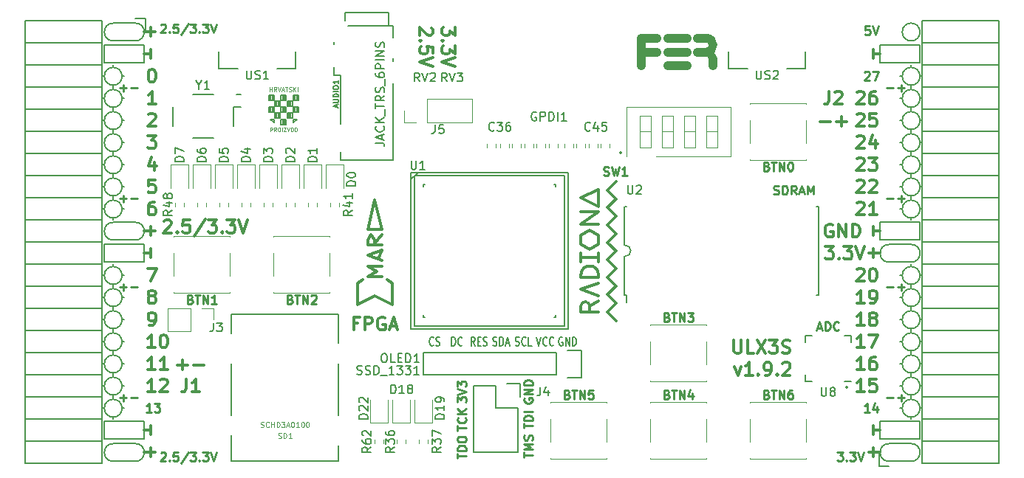
<source format=gto>
G04 #@! TF.GenerationSoftware,KiCad,Pcbnew,5.0.0-rc2+dfsg1-3*
G04 #@! TF.CreationDate,2018-06-27T20:22:52+02:00*
G04 #@! TF.ProjectId,ulx3s,756C7833732E6B696361645F70636200,rev?*
G04 #@! TF.SameCoordinates,Original*
G04 #@! TF.FileFunction,Legend,Top*
G04 #@! TF.FilePolarity,Positive*
%FSLAX46Y46*%
G04 Gerber Fmt 4.6, Leading zero omitted, Abs format (unit mm)*
G04 Created by KiCad (PCBNEW 5.0.0-rc2+dfsg1-3) date Wed Jun 27 20:22:52 2018*
%MOMM*%
%LPD*%
G01*
G04 APERTURE LIST*
%ADD10C,0.200000*%
%ADD11C,0.300000*%
%ADD12C,0.250000*%
%ADD13C,0.150000*%
%ADD14C,1.000000*%
%ADD15C,0.120000*%
%ADD16C,0.152400*%
%ADD17C,0.124460*%
%ADD18C,0.075000*%
G04 APERTURE END LIST*
D10*
X153678000Y-76551000D02*
G75*
G03X153678000Y-76551000I-127000J0D01*
G01*
X179586000Y-103475000D02*
G75*
G03X179586000Y-103475000I-127000J0D01*
G01*
D11*
X134560428Y-62144714D02*
X134560428Y-63073285D01*
X133989000Y-62573285D01*
X133989000Y-62787571D01*
X133917571Y-62930428D01*
X133846142Y-63001857D01*
X133703285Y-63073285D01*
X133346142Y-63073285D01*
X133203285Y-63001857D01*
X133131857Y-62930428D01*
X133060428Y-62787571D01*
X133060428Y-62359000D01*
X133131857Y-62216142D01*
X133203285Y-62144714D01*
X133203285Y-63716142D02*
X133131857Y-63787571D01*
X133060428Y-63716142D01*
X133131857Y-63644714D01*
X133203285Y-63716142D01*
X133060428Y-63716142D01*
X134560428Y-64287571D02*
X134560428Y-65216142D01*
X133989000Y-64716142D01*
X133989000Y-64930428D01*
X133917571Y-65073285D01*
X133846142Y-65144714D01*
X133703285Y-65216142D01*
X133346142Y-65216142D01*
X133203285Y-65144714D01*
X133131857Y-65073285D01*
X133060428Y-64930428D01*
X133060428Y-64501857D01*
X133131857Y-64359000D01*
X133203285Y-64287571D01*
X134560428Y-65644714D02*
X133060428Y-66144714D01*
X134560428Y-66644714D01*
X131877571Y-62216142D02*
X131949000Y-62287571D01*
X132020428Y-62430428D01*
X132020428Y-62787571D01*
X131949000Y-62930428D01*
X131877571Y-63001857D01*
X131734714Y-63073285D01*
X131591857Y-63073285D01*
X131377571Y-63001857D01*
X130520428Y-62144714D01*
X130520428Y-63073285D01*
X130663285Y-63716142D02*
X130591857Y-63787571D01*
X130520428Y-63716142D01*
X130591857Y-63644714D01*
X130663285Y-63716142D01*
X130520428Y-63716142D01*
X132020428Y-65144714D02*
X132020428Y-64430428D01*
X131306142Y-64359000D01*
X131377571Y-64430428D01*
X131449000Y-64573285D01*
X131449000Y-64930428D01*
X131377571Y-65073285D01*
X131306142Y-65144714D01*
X131163285Y-65216142D01*
X130806142Y-65216142D01*
X130663285Y-65144714D01*
X130591857Y-65073285D01*
X130520428Y-64930428D01*
X130520428Y-64573285D01*
X130591857Y-64430428D01*
X130663285Y-64359000D01*
X132020428Y-65644714D02*
X130520428Y-66144714D01*
X132020428Y-66644714D01*
X102760000Y-100897142D02*
X103902857Y-100897142D01*
X103331428Y-101468571D02*
X103331428Y-100325714D01*
X104617142Y-100897142D02*
X105760000Y-100897142D01*
X166592714Y-101121571D02*
X166949857Y-102121571D01*
X167307000Y-101121571D01*
X168664142Y-102121571D02*
X167807000Y-102121571D01*
X168235571Y-102121571D02*
X168235571Y-100621571D01*
X168092714Y-100835857D01*
X167949857Y-100978714D01*
X167807000Y-101050142D01*
X169307000Y-101978714D02*
X169378428Y-102050142D01*
X169307000Y-102121571D01*
X169235571Y-102050142D01*
X169307000Y-101978714D01*
X169307000Y-102121571D01*
X170092714Y-102121571D02*
X170378428Y-102121571D01*
X170521285Y-102050142D01*
X170592714Y-101978714D01*
X170735571Y-101764428D01*
X170807000Y-101478714D01*
X170807000Y-100907285D01*
X170735571Y-100764428D01*
X170664142Y-100693000D01*
X170521285Y-100621571D01*
X170235571Y-100621571D01*
X170092714Y-100693000D01*
X170021285Y-100764428D01*
X169949857Y-100907285D01*
X169949857Y-101264428D01*
X170021285Y-101407285D01*
X170092714Y-101478714D01*
X170235571Y-101550142D01*
X170521285Y-101550142D01*
X170664142Y-101478714D01*
X170735571Y-101407285D01*
X170807000Y-101264428D01*
X171449857Y-101978714D02*
X171521285Y-102050142D01*
X171449857Y-102121571D01*
X171378428Y-102050142D01*
X171449857Y-101978714D01*
X171449857Y-102121571D01*
X172092714Y-100764428D02*
X172164142Y-100693000D01*
X172307000Y-100621571D01*
X172664142Y-100621571D01*
X172807000Y-100693000D01*
X172878428Y-100764428D01*
X172949857Y-100907285D01*
X172949857Y-101050142D01*
X172878428Y-101264428D01*
X172021285Y-102121571D01*
X172949857Y-102121571D01*
X182492000Y-87582000D02*
X182492000Y-88598000D01*
X181984000Y-88090000D02*
X183254000Y-88090000D01*
X182492000Y-110442000D02*
X182492000Y-111458000D01*
X183254000Y-110950000D02*
X181984000Y-110950000D01*
X99688000Y-110442000D02*
X99688000Y-111458000D01*
X98926000Y-110950000D02*
X100196000Y-110950000D01*
X99688000Y-62182000D02*
X99688000Y-63198000D01*
X98926000Y-62690000D02*
X100196000Y-62690000D01*
X99688000Y-85042000D02*
X99688000Y-86058000D01*
X98926000Y-85550000D02*
X100196000Y-85550000D01*
D10*
X97910000Y-63706000D02*
G75*
G03X97910000Y-61674000I0J1016000D01*
G01*
X184270000Y-109934000D02*
G75*
G03X184270000Y-111966000I0J-1016000D01*
G01*
X95370000Y-111966000D02*
X97910000Y-111966000D01*
X95370000Y-109934000D02*
X97910000Y-109934000D01*
X97910000Y-111966000D02*
G75*
G03X97910000Y-109934000I0J1016000D01*
G01*
X95370000Y-109934000D02*
G75*
G03X95370000Y-111966000I0J-1016000D01*
G01*
X95370000Y-61674000D02*
X97910000Y-61674000D01*
X95370000Y-63706000D02*
X97910000Y-63706000D01*
X95370000Y-61674000D02*
G75*
G03X95370000Y-63706000I0J-1016000D01*
G01*
X95370000Y-84534000D02*
X97910000Y-84534000D01*
X95370000Y-86566000D02*
X97910000Y-86566000D01*
X95370000Y-84534000D02*
G75*
G03X95370000Y-86566000I0J-1016000D01*
G01*
X97910000Y-86566000D02*
G75*
G03X97910000Y-84534000I0J1016000D01*
G01*
X187826000Y-62690000D02*
G75*
G03X187826000Y-62690000I-1016000J0D01*
G01*
X184270000Y-89106000D02*
X186810000Y-89106000D01*
X184270000Y-87074000D02*
X186810000Y-87074000D01*
X184270000Y-87074000D02*
G75*
G03X184270000Y-89106000I0J-1016000D01*
G01*
X186810000Y-89106000D02*
G75*
G03X186810000Y-87074000I0J1016000D01*
G01*
X186810000Y-111966000D02*
X184270000Y-111966000D01*
X186810000Y-109934000D02*
X184270000Y-109934000D01*
X186810000Y-111966000D02*
G75*
G03X186810000Y-109934000I0J1016000D01*
G01*
X94354000Y-66246000D02*
X94354000Y-64214000D01*
X98926000Y-66246000D02*
X94354000Y-66246000D01*
X98926000Y-64214000D02*
X98926000Y-66246000D01*
X94354000Y-64214000D02*
X98926000Y-64214000D01*
X94354000Y-87074000D02*
X98926000Y-87074000D01*
X94354000Y-89106000D02*
X94354000Y-87074000D01*
X98926000Y-89106000D02*
X94354000Y-89106000D01*
X98926000Y-87074000D02*
X98926000Y-89106000D01*
X94354000Y-109426000D02*
X98926000Y-109426000D01*
X94354000Y-107394000D02*
X94354000Y-109426000D01*
X98926000Y-107394000D02*
X94354000Y-107394000D01*
X98926000Y-109426000D02*
X98926000Y-107394000D01*
X183254000Y-109426000D02*
X187826000Y-109426000D01*
X183254000Y-107394000D02*
X183254000Y-109426000D01*
X187826000Y-107394000D02*
X187826000Y-109426000D01*
X183254000Y-107394000D02*
X187826000Y-107394000D01*
X183254000Y-66246000D02*
X187826000Y-66246000D01*
X183254000Y-64214000D02*
X183254000Y-66246000D01*
X187826000Y-64214000D02*
X183254000Y-64214000D01*
X187826000Y-66246000D02*
X187826000Y-64214000D01*
X183254000Y-84534000D02*
X187826000Y-84534000D01*
X183254000Y-86566000D02*
X183254000Y-84534000D01*
X187826000Y-86566000D02*
X183254000Y-86566000D01*
X187826000Y-84534000D02*
X187826000Y-86566000D01*
D12*
X96148000Y-69111428D02*
X96909904Y-69111428D01*
X96528952Y-69492380D02*
X96528952Y-68730476D01*
X97386095Y-69111428D02*
X98148000Y-69111428D01*
X96148000Y-81811428D02*
X96909904Y-81811428D01*
X96528952Y-82192380D02*
X96528952Y-81430476D01*
X97386095Y-81811428D02*
X98148000Y-81811428D01*
X96148000Y-91971428D02*
X96909904Y-91971428D01*
X96528952Y-92352380D02*
X96528952Y-91590476D01*
X97386095Y-91971428D02*
X98148000Y-91971428D01*
X96148000Y-104671428D02*
X96909904Y-104671428D01*
X96528952Y-105052380D02*
X96528952Y-104290476D01*
X97386095Y-104671428D02*
X98148000Y-104671428D01*
X184032000Y-104671428D02*
X184793904Y-104671428D01*
X185270095Y-104671428D02*
X186032000Y-104671428D01*
X185651047Y-105052380D02*
X185651047Y-104290476D01*
X184032000Y-91971428D02*
X184793904Y-91971428D01*
X185270095Y-91971428D02*
X186032000Y-91971428D01*
X185651047Y-92352380D02*
X185651047Y-91590476D01*
X184032000Y-81811428D02*
X184793904Y-81811428D01*
X185270095Y-81811428D02*
X186032000Y-81811428D01*
X185651047Y-82192380D02*
X185651047Y-81430476D01*
X184032000Y-69111428D02*
X184793904Y-69111428D01*
X185270095Y-69111428D02*
X186032000Y-69111428D01*
X185651047Y-69492380D02*
X185651047Y-68730476D01*
D11*
X176420000Y-72957142D02*
X177562857Y-72957142D01*
X178277142Y-72957142D02*
X179420000Y-72957142D01*
X178848571Y-73528571D02*
X178848571Y-72385714D01*
D10*
X187826000Y-67770000D02*
G75*
G03X187826000Y-67770000I-1016000J0D01*
G01*
X187826000Y-70310000D02*
G75*
G03X187826000Y-70310000I-1016000J0D01*
G01*
X187826000Y-72850000D02*
G75*
G03X187826000Y-72850000I-1016000J0D01*
G01*
X187826000Y-75390000D02*
G75*
G03X187826000Y-75390000I-1016000J0D01*
G01*
X187826000Y-77930000D02*
G75*
G03X187826000Y-77930000I-1016000J0D01*
G01*
X187826000Y-80470000D02*
G75*
G03X187826000Y-80470000I-1016000J0D01*
G01*
X187826000Y-83010000D02*
G75*
G03X187826000Y-83010000I-1016000J0D01*
G01*
X187826000Y-90630000D02*
G75*
G03X187826000Y-90630000I-1016000J0D01*
G01*
X187826000Y-93170000D02*
G75*
G03X187826000Y-93170000I-1016000J0D01*
G01*
X187826000Y-95710000D02*
G75*
G03X187826000Y-95710000I-1016000J0D01*
G01*
X187826000Y-98250000D02*
G75*
G03X187826000Y-98250000I-1016000J0D01*
G01*
X187826000Y-100790000D02*
G75*
G03X187826000Y-100790000I-1016000J0D01*
G01*
X187826000Y-103330000D02*
G75*
G03X187826000Y-103330000I-1016000J0D01*
G01*
X187826000Y-105870000D02*
G75*
G03X187826000Y-105870000I-1016000J0D01*
G01*
X96386000Y-105870000D02*
G75*
G03X96386000Y-105870000I-1016000J0D01*
G01*
X96386000Y-103330000D02*
G75*
G03X96386000Y-103330000I-1016000J0D01*
G01*
X96386000Y-100790000D02*
G75*
G03X96386000Y-100790000I-1016000J0D01*
G01*
X96386000Y-98250000D02*
G75*
G03X96386000Y-98250000I-1016000J0D01*
G01*
X96386000Y-95710000D02*
G75*
G03X96386000Y-95710000I-1016000J0D01*
G01*
X96386000Y-93170000D02*
G75*
G03X96386000Y-93170000I-1016000J0D01*
G01*
X96386000Y-90630000D02*
G75*
G03X96386000Y-90630000I-1016000J0D01*
G01*
X96386000Y-83010000D02*
G75*
G03X96386000Y-83010000I-1016000J0D01*
G01*
X96386000Y-80470000D02*
G75*
G03X96386000Y-80470000I-1016000J0D01*
G01*
X96386000Y-77930000D02*
G75*
G03X96386000Y-77930000I-1016000J0D01*
G01*
X96386000Y-75390000D02*
G75*
G03X96386000Y-75390000I-1016000J0D01*
G01*
X96386000Y-72850000D02*
G75*
G03X96386000Y-72850000I-1016000J0D01*
G01*
X96386000Y-70310000D02*
G75*
G03X96386000Y-70310000I-1016000J0D01*
G01*
X96386000Y-67770000D02*
G75*
G03X96386000Y-67770000I-1016000J0D01*
G01*
D11*
X177793142Y-84800000D02*
X177650285Y-84728571D01*
X177436000Y-84728571D01*
X177221714Y-84800000D01*
X177078857Y-84942857D01*
X177007428Y-85085714D01*
X176936000Y-85371428D01*
X176936000Y-85585714D01*
X177007428Y-85871428D01*
X177078857Y-86014285D01*
X177221714Y-86157142D01*
X177436000Y-86228571D01*
X177578857Y-86228571D01*
X177793142Y-86157142D01*
X177864571Y-86085714D01*
X177864571Y-85585714D01*
X177578857Y-85585714D01*
X178507428Y-86228571D02*
X178507428Y-84728571D01*
X179364571Y-86228571D01*
X179364571Y-84728571D01*
X180078857Y-86228571D02*
X180078857Y-84728571D01*
X180436000Y-84728571D01*
X180650285Y-84800000D01*
X180793142Y-84942857D01*
X180864571Y-85085714D01*
X180936000Y-85371428D01*
X180936000Y-85585714D01*
X180864571Y-85871428D01*
X180793142Y-86014285D01*
X180650285Y-86157142D01*
X180436000Y-86228571D01*
X180078857Y-86228571D01*
X182492000Y-86058000D02*
X182492000Y-85042000D01*
X183254000Y-85550000D02*
X182492000Y-85550000D01*
X182492000Y-107902000D02*
X182492000Y-108918000D01*
X182492000Y-108410000D02*
X183254000Y-108410000D01*
D12*
X182047523Y-106322380D02*
X181476095Y-106322380D01*
X181761809Y-106322380D02*
X181761809Y-105322380D01*
X181666571Y-105465238D01*
X181571333Y-105560476D01*
X181476095Y-105608095D01*
X182904666Y-105655714D02*
X182904666Y-106322380D01*
X182666571Y-105274761D02*
X182428476Y-105989047D01*
X183047523Y-105989047D01*
X181476095Y-67317619D02*
X181523714Y-67270000D01*
X181618952Y-67222380D01*
X181857047Y-67222380D01*
X181952285Y-67270000D01*
X181999904Y-67317619D01*
X182047523Y-67412857D01*
X182047523Y-67508095D01*
X181999904Y-67650952D01*
X181428476Y-68222380D01*
X182047523Y-68222380D01*
X182380857Y-67222380D02*
X183047523Y-67222380D01*
X182618952Y-68222380D01*
D11*
X182492000Y-64722000D02*
X182492000Y-65738000D01*
X182492000Y-65230000D02*
X183254000Y-65230000D01*
X99688000Y-107902000D02*
X99688000Y-108918000D01*
X98926000Y-108410000D02*
X99688000Y-108410000D01*
X99315000Y-74568571D02*
X100243571Y-74568571D01*
X99743571Y-75140000D01*
X99957857Y-75140000D01*
X100100714Y-75211428D01*
X100172142Y-75282857D01*
X100243571Y-75425714D01*
X100243571Y-75782857D01*
X100172142Y-75925714D01*
X100100714Y-75997142D01*
X99957857Y-76068571D01*
X99529285Y-76068571D01*
X99386428Y-75997142D01*
X99315000Y-75925714D01*
X100100714Y-77608571D02*
X100100714Y-78608571D01*
X99743571Y-77037142D02*
X99386428Y-78108571D01*
X100315000Y-78108571D01*
X100172142Y-79648571D02*
X99457857Y-79648571D01*
X99386428Y-80362857D01*
X99457857Y-80291428D01*
X99600714Y-80220000D01*
X99957857Y-80220000D01*
X100100714Y-80291428D01*
X100172142Y-80362857D01*
X100243571Y-80505714D01*
X100243571Y-80862857D01*
X100172142Y-81005714D01*
X100100714Y-81077142D01*
X99957857Y-81148571D01*
X99600714Y-81148571D01*
X99457857Y-81077142D01*
X99386428Y-81005714D01*
D12*
X99751523Y-106322380D02*
X99180095Y-106322380D01*
X99465809Y-106322380D02*
X99465809Y-105322380D01*
X99370571Y-105465238D01*
X99275333Y-105560476D01*
X99180095Y-105608095D01*
X100084857Y-105322380D02*
X100703904Y-105322380D01*
X100370571Y-105703333D01*
X100513428Y-105703333D01*
X100608666Y-105750952D01*
X100656285Y-105798571D01*
X100703904Y-105893809D01*
X100703904Y-106131904D01*
X100656285Y-106227142D01*
X100608666Y-106274761D01*
X100513428Y-106322380D01*
X100227714Y-106322380D01*
X100132476Y-106274761D01*
X100084857Y-106227142D01*
D11*
X99315000Y-89808571D02*
X100315000Y-89808571D01*
X99672142Y-91308571D01*
X99688000Y-87582000D02*
X99688000Y-88598000D01*
X98926000Y-88090000D02*
X99688000Y-88090000D01*
X99688000Y-64722000D02*
X99688000Y-65738000D01*
X98926000Y-65230000D02*
X99688000Y-65230000D01*
D12*
X100817976Y-61874619D02*
X100865595Y-61827000D01*
X100960833Y-61779380D01*
X101198928Y-61779380D01*
X101294166Y-61827000D01*
X101341785Y-61874619D01*
X101389404Y-61969857D01*
X101389404Y-62065095D01*
X101341785Y-62207952D01*
X100770357Y-62779380D01*
X101389404Y-62779380D01*
X101817976Y-62684142D02*
X101865595Y-62731761D01*
X101817976Y-62779380D01*
X101770357Y-62731761D01*
X101817976Y-62684142D01*
X101817976Y-62779380D01*
X102770357Y-61779380D02*
X102294166Y-61779380D01*
X102246547Y-62255571D01*
X102294166Y-62207952D01*
X102389404Y-62160333D01*
X102627500Y-62160333D01*
X102722738Y-62207952D01*
X102770357Y-62255571D01*
X102817976Y-62350809D01*
X102817976Y-62588904D01*
X102770357Y-62684142D01*
X102722738Y-62731761D01*
X102627500Y-62779380D01*
X102389404Y-62779380D01*
X102294166Y-62731761D01*
X102246547Y-62684142D01*
X103960833Y-61731761D02*
X103103690Y-63017476D01*
X104198928Y-61779380D02*
X104817976Y-61779380D01*
X104484642Y-62160333D01*
X104627500Y-62160333D01*
X104722738Y-62207952D01*
X104770357Y-62255571D01*
X104817976Y-62350809D01*
X104817976Y-62588904D01*
X104770357Y-62684142D01*
X104722738Y-62731761D01*
X104627500Y-62779380D01*
X104341785Y-62779380D01*
X104246547Y-62731761D01*
X104198928Y-62684142D01*
X105246547Y-62684142D02*
X105294166Y-62731761D01*
X105246547Y-62779380D01*
X105198928Y-62731761D01*
X105246547Y-62684142D01*
X105246547Y-62779380D01*
X105627500Y-61779380D02*
X106246547Y-61779380D01*
X105913214Y-62160333D01*
X106056071Y-62160333D01*
X106151309Y-62207952D01*
X106198928Y-62255571D01*
X106246547Y-62350809D01*
X106246547Y-62588904D01*
X106198928Y-62684142D01*
X106151309Y-62731761D01*
X106056071Y-62779380D01*
X105770357Y-62779380D01*
X105675119Y-62731761D01*
X105627500Y-62684142D01*
X106532261Y-61779380D02*
X106865595Y-62779380D01*
X107198928Y-61779380D01*
X178360261Y-110910380D02*
X178979309Y-110910380D01*
X178645976Y-111291333D01*
X178788833Y-111291333D01*
X178884071Y-111338952D01*
X178931690Y-111386571D01*
X178979309Y-111481809D01*
X178979309Y-111719904D01*
X178931690Y-111815142D01*
X178884071Y-111862761D01*
X178788833Y-111910380D01*
X178503119Y-111910380D01*
X178407880Y-111862761D01*
X178360261Y-111815142D01*
X179407880Y-111815142D02*
X179455500Y-111862761D01*
X179407880Y-111910380D01*
X179360261Y-111862761D01*
X179407880Y-111815142D01*
X179407880Y-111910380D01*
X179788833Y-110910380D02*
X180407880Y-110910380D01*
X180074547Y-111291333D01*
X180217404Y-111291333D01*
X180312642Y-111338952D01*
X180360261Y-111386571D01*
X180407880Y-111481809D01*
X180407880Y-111719904D01*
X180360261Y-111815142D01*
X180312642Y-111862761D01*
X180217404Y-111910380D01*
X179931690Y-111910380D01*
X179836452Y-111862761D01*
X179788833Y-111815142D01*
X180693595Y-110910380D02*
X181026928Y-111910380D01*
X181360261Y-110910380D01*
D11*
X101199714Y-84381428D02*
X101271142Y-84310000D01*
X101414000Y-84238571D01*
X101771142Y-84238571D01*
X101914000Y-84310000D01*
X101985428Y-84381428D01*
X102056857Y-84524285D01*
X102056857Y-84667142D01*
X101985428Y-84881428D01*
X101128285Y-85738571D01*
X102056857Y-85738571D01*
X102699714Y-85595714D02*
X102771142Y-85667142D01*
X102699714Y-85738571D01*
X102628285Y-85667142D01*
X102699714Y-85595714D01*
X102699714Y-85738571D01*
X104128285Y-84238571D02*
X103414000Y-84238571D01*
X103342571Y-84952857D01*
X103414000Y-84881428D01*
X103556857Y-84810000D01*
X103914000Y-84810000D01*
X104056857Y-84881428D01*
X104128285Y-84952857D01*
X104199714Y-85095714D01*
X104199714Y-85452857D01*
X104128285Y-85595714D01*
X104056857Y-85667142D01*
X103914000Y-85738571D01*
X103556857Y-85738571D01*
X103414000Y-85667142D01*
X103342571Y-85595714D01*
X105914000Y-84167142D02*
X104628285Y-86095714D01*
X106271142Y-84238571D02*
X107199714Y-84238571D01*
X106699714Y-84810000D01*
X106914000Y-84810000D01*
X107056857Y-84881428D01*
X107128285Y-84952857D01*
X107199714Y-85095714D01*
X107199714Y-85452857D01*
X107128285Y-85595714D01*
X107056857Y-85667142D01*
X106914000Y-85738571D01*
X106485428Y-85738571D01*
X106342571Y-85667142D01*
X106271142Y-85595714D01*
X107842571Y-85595714D02*
X107914000Y-85667142D01*
X107842571Y-85738571D01*
X107771142Y-85667142D01*
X107842571Y-85595714D01*
X107842571Y-85738571D01*
X108414000Y-84238571D02*
X109342571Y-84238571D01*
X108842571Y-84810000D01*
X109056857Y-84810000D01*
X109199714Y-84881428D01*
X109271142Y-84952857D01*
X109342571Y-85095714D01*
X109342571Y-85452857D01*
X109271142Y-85595714D01*
X109199714Y-85667142D01*
X109056857Y-85738571D01*
X108628285Y-85738571D01*
X108485428Y-85667142D01*
X108414000Y-85595714D01*
X109771142Y-84238571D02*
X110271142Y-85738571D01*
X110771142Y-84238571D01*
D12*
X100817976Y-111023619D02*
X100865595Y-110976000D01*
X100960833Y-110928380D01*
X101198928Y-110928380D01*
X101294166Y-110976000D01*
X101341785Y-111023619D01*
X101389404Y-111118857D01*
X101389404Y-111214095D01*
X101341785Y-111356952D01*
X100770357Y-111928380D01*
X101389404Y-111928380D01*
X101817976Y-111833142D02*
X101865595Y-111880761D01*
X101817976Y-111928380D01*
X101770357Y-111880761D01*
X101817976Y-111833142D01*
X101817976Y-111928380D01*
X102770357Y-110928380D02*
X102294166Y-110928380D01*
X102246547Y-111404571D01*
X102294166Y-111356952D01*
X102389404Y-111309333D01*
X102627500Y-111309333D01*
X102722738Y-111356952D01*
X102770357Y-111404571D01*
X102817976Y-111499809D01*
X102817976Y-111737904D01*
X102770357Y-111833142D01*
X102722738Y-111880761D01*
X102627500Y-111928380D01*
X102389404Y-111928380D01*
X102294166Y-111880761D01*
X102246547Y-111833142D01*
X103960833Y-110880761D02*
X103103690Y-112166476D01*
X104198928Y-110928380D02*
X104817976Y-110928380D01*
X104484642Y-111309333D01*
X104627500Y-111309333D01*
X104722738Y-111356952D01*
X104770357Y-111404571D01*
X104817976Y-111499809D01*
X104817976Y-111737904D01*
X104770357Y-111833142D01*
X104722738Y-111880761D01*
X104627500Y-111928380D01*
X104341785Y-111928380D01*
X104246547Y-111880761D01*
X104198928Y-111833142D01*
X105246547Y-111833142D02*
X105294166Y-111880761D01*
X105246547Y-111928380D01*
X105198928Y-111880761D01*
X105246547Y-111833142D01*
X105246547Y-111928380D01*
X105627500Y-110928380D02*
X106246547Y-110928380D01*
X105913214Y-111309333D01*
X106056071Y-111309333D01*
X106151309Y-111356952D01*
X106198928Y-111404571D01*
X106246547Y-111499809D01*
X106246547Y-111737904D01*
X106198928Y-111833142D01*
X106151309Y-111880761D01*
X106056071Y-111928380D01*
X105770357Y-111928380D01*
X105675119Y-111880761D01*
X105627500Y-111833142D01*
X106532261Y-110928380D02*
X106865595Y-111928380D01*
X107198928Y-110928380D01*
X182047523Y-62015380D02*
X181571333Y-62015380D01*
X181523714Y-62491571D01*
X181571333Y-62443952D01*
X181666571Y-62396333D01*
X181904666Y-62396333D01*
X181999904Y-62443952D01*
X182047523Y-62491571D01*
X182095142Y-62586809D01*
X182095142Y-62824904D01*
X182047523Y-62920142D01*
X181999904Y-62967761D01*
X181904666Y-63015380D01*
X181666571Y-63015380D01*
X181571333Y-62967761D01*
X181523714Y-62920142D01*
X182380857Y-62015380D02*
X182714190Y-63015380D01*
X183047523Y-62015380D01*
D11*
X180587142Y-69631428D02*
X180658571Y-69560000D01*
X180801428Y-69488571D01*
X181158571Y-69488571D01*
X181301428Y-69560000D01*
X181372857Y-69631428D01*
X181444285Y-69774285D01*
X181444285Y-69917142D01*
X181372857Y-70131428D01*
X180515714Y-70988571D01*
X181444285Y-70988571D01*
X182730000Y-69488571D02*
X182444285Y-69488571D01*
X182301428Y-69560000D01*
X182230000Y-69631428D01*
X182087142Y-69845714D01*
X182015714Y-70131428D01*
X182015714Y-70702857D01*
X182087142Y-70845714D01*
X182158571Y-70917142D01*
X182301428Y-70988571D01*
X182587142Y-70988571D01*
X182730000Y-70917142D01*
X182801428Y-70845714D01*
X182872857Y-70702857D01*
X182872857Y-70345714D01*
X182801428Y-70202857D01*
X182730000Y-70131428D01*
X182587142Y-70060000D01*
X182301428Y-70060000D01*
X182158571Y-70131428D01*
X182087142Y-70202857D01*
X182015714Y-70345714D01*
X180587142Y-72171428D02*
X180658571Y-72100000D01*
X180801428Y-72028571D01*
X181158571Y-72028571D01*
X181301428Y-72100000D01*
X181372857Y-72171428D01*
X181444285Y-72314285D01*
X181444285Y-72457142D01*
X181372857Y-72671428D01*
X180515714Y-73528571D01*
X181444285Y-73528571D01*
X182801428Y-72028571D02*
X182087142Y-72028571D01*
X182015714Y-72742857D01*
X182087142Y-72671428D01*
X182230000Y-72600000D01*
X182587142Y-72600000D01*
X182730000Y-72671428D01*
X182801428Y-72742857D01*
X182872857Y-72885714D01*
X182872857Y-73242857D01*
X182801428Y-73385714D01*
X182730000Y-73457142D01*
X182587142Y-73528571D01*
X182230000Y-73528571D01*
X182087142Y-73457142D01*
X182015714Y-73385714D01*
X180587142Y-74711428D02*
X180658571Y-74640000D01*
X180801428Y-74568571D01*
X181158571Y-74568571D01*
X181301428Y-74640000D01*
X181372857Y-74711428D01*
X181444285Y-74854285D01*
X181444285Y-74997142D01*
X181372857Y-75211428D01*
X180515714Y-76068571D01*
X181444285Y-76068571D01*
X182730000Y-75068571D02*
X182730000Y-76068571D01*
X182372857Y-74497142D02*
X182015714Y-75568571D01*
X182944285Y-75568571D01*
X180587142Y-77251428D02*
X180658571Y-77180000D01*
X180801428Y-77108571D01*
X181158571Y-77108571D01*
X181301428Y-77180000D01*
X181372857Y-77251428D01*
X181444285Y-77394285D01*
X181444285Y-77537142D01*
X181372857Y-77751428D01*
X180515714Y-78608571D01*
X181444285Y-78608571D01*
X181944285Y-77108571D02*
X182872857Y-77108571D01*
X182372857Y-77680000D01*
X182587142Y-77680000D01*
X182730000Y-77751428D01*
X182801428Y-77822857D01*
X182872857Y-77965714D01*
X182872857Y-78322857D01*
X182801428Y-78465714D01*
X182730000Y-78537142D01*
X182587142Y-78608571D01*
X182158571Y-78608571D01*
X182015714Y-78537142D01*
X181944285Y-78465714D01*
X180587142Y-79791428D02*
X180658571Y-79720000D01*
X180801428Y-79648571D01*
X181158571Y-79648571D01*
X181301428Y-79720000D01*
X181372857Y-79791428D01*
X181444285Y-79934285D01*
X181444285Y-80077142D01*
X181372857Y-80291428D01*
X180515714Y-81148571D01*
X181444285Y-81148571D01*
X182015714Y-79791428D02*
X182087142Y-79720000D01*
X182230000Y-79648571D01*
X182587142Y-79648571D01*
X182730000Y-79720000D01*
X182801428Y-79791428D01*
X182872857Y-79934285D01*
X182872857Y-80077142D01*
X182801428Y-80291428D01*
X181944285Y-81148571D01*
X182872857Y-81148571D01*
X180587142Y-82331428D02*
X180658571Y-82260000D01*
X180801428Y-82188571D01*
X181158571Y-82188571D01*
X181301428Y-82260000D01*
X181372857Y-82331428D01*
X181444285Y-82474285D01*
X181444285Y-82617142D01*
X181372857Y-82831428D01*
X180515714Y-83688571D01*
X181444285Y-83688571D01*
X182872857Y-83688571D02*
X182015714Y-83688571D01*
X182444285Y-83688571D02*
X182444285Y-82188571D01*
X182301428Y-82402857D01*
X182158571Y-82545714D01*
X182015714Y-82617142D01*
X176975714Y-87268571D02*
X177904285Y-87268571D01*
X177404285Y-87840000D01*
X177618571Y-87840000D01*
X177761428Y-87911428D01*
X177832857Y-87982857D01*
X177904285Y-88125714D01*
X177904285Y-88482857D01*
X177832857Y-88625714D01*
X177761428Y-88697142D01*
X177618571Y-88768571D01*
X177190000Y-88768571D01*
X177047142Y-88697142D01*
X176975714Y-88625714D01*
X178547142Y-88625714D02*
X178618571Y-88697142D01*
X178547142Y-88768571D01*
X178475714Y-88697142D01*
X178547142Y-88625714D01*
X178547142Y-88768571D01*
X179118571Y-87268571D02*
X180047142Y-87268571D01*
X179547142Y-87840000D01*
X179761428Y-87840000D01*
X179904285Y-87911428D01*
X179975714Y-87982857D01*
X180047142Y-88125714D01*
X180047142Y-88482857D01*
X179975714Y-88625714D01*
X179904285Y-88697142D01*
X179761428Y-88768571D01*
X179332857Y-88768571D01*
X179190000Y-88697142D01*
X179118571Y-88625714D01*
X180475714Y-87268571D02*
X180975714Y-88768571D01*
X181475714Y-87268571D01*
X180587142Y-89951428D02*
X180658571Y-89880000D01*
X180801428Y-89808571D01*
X181158571Y-89808571D01*
X181301428Y-89880000D01*
X181372857Y-89951428D01*
X181444285Y-90094285D01*
X181444285Y-90237142D01*
X181372857Y-90451428D01*
X180515714Y-91308571D01*
X181444285Y-91308571D01*
X182372857Y-89808571D02*
X182515714Y-89808571D01*
X182658571Y-89880000D01*
X182730000Y-89951428D01*
X182801428Y-90094285D01*
X182872857Y-90380000D01*
X182872857Y-90737142D01*
X182801428Y-91022857D01*
X182730000Y-91165714D01*
X182658571Y-91237142D01*
X182515714Y-91308571D01*
X182372857Y-91308571D01*
X182230000Y-91237142D01*
X182158571Y-91165714D01*
X182087142Y-91022857D01*
X182015714Y-90737142D01*
X182015714Y-90380000D01*
X182087142Y-90094285D01*
X182158571Y-89951428D01*
X182230000Y-89880000D01*
X182372857Y-89808571D01*
X181444285Y-93848571D02*
X180587142Y-93848571D01*
X181015714Y-93848571D02*
X181015714Y-92348571D01*
X180872857Y-92562857D01*
X180730000Y-92705714D01*
X180587142Y-92777142D01*
X182158571Y-93848571D02*
X182444285Y-93848571D01*
X182587142Y-93777142D01*
X182658571Y-93705714D01*
X182801428Y-93491428D01*
X182872857Y-93205714D01*
X182872857Y-92634285D01*
X182801428Y-92491428D01*
X182730000Y-92420000D01*
X182587142Y-92348571D01*
X182301428Y-92348571D01*
X182158571Y-92420000D01*
X182087142Y-92491428D01*
X182015714Y-92634285D01*
X182015714Y-92991428D01*
X182087142Y-93134285D01*
X182158571Y-93205714D01*
X182301428Y-93277142D01*
X182587142Y-93277142D01*
X182730000Y-93205714D01*
X182801428Y-93134285D01*
X182872857Y-92991428D01*
X181444285Y-96388571D02*
X180587142Y-96388571D01*
X181015714Y-96388571D02*
X181015714Y-94888571D01*
X180872857Y-95102857D01*
X180730000Y-95245714D01*
X180587142Y-95317142D01*
X182301428Y-95531428D02*
X182158571Y-95460000D01*
X182087142Y-95388571D01*
X182015714Y-95245714D01*
X182015714Y-95174285D01*
X182087142Y-95031428D01*
X182158571Y-94960000D01*
X182301428Y-94888571D01*
X182587142Y-94888571D01*
X182730000Y-94960000D01*
X182801428Y-95031428D01*
X182872857Y-95174285D01*
X182872857Y-95245714D01*
X182801428Y-95388571D01*
X182730000Y-95460000D01*
X182587142Y-95531428D01*
X182301428Y-95531428D01*
X182158571Y-95602857D01*
X182087142Y-95674285D01*
X182015714Y-95817142D01*
X182015714Y-96102857D01*
X182087142Y-96245714D01*
X182158571Y-96317142D01*
X182301428Y-96388571D01*
X182587142Y-96388571D01*
X182730000Y-96317142D01*
X182801428Y-96245714D01*
X182872857Y-96102857D01*
X182872857Y-95817142D01*
X182801428Y-95674285D01*
X182730000Y-95602857D01*
X182587142Y-95531428D01*
X181444285Y-98928571D02*
X180587142Y-98928571D01*
X181015714Y-98928571D02*
X181015714Y-97428571D01*
X180872857Y-97642857D01*
X180730000Y-97785714D01*
X180587142Y-97857142D01*
X181944285Y-97428571D02*
X182944285Y-97428571D01*
X182301428Y-98928571D01*
X181444285Y-101468571D02*
X180587142Y-101468571D01*
X181015714Y-101468571D02*
X181015714Y-99968571D01*
X180872857Y-100182857D01*
X180730000Y-100325714D01*
X180587142Y-100397142D01*
X182730000Y-99968571D02*
X182444285Y-99968571D01*
X182301428Y-100040000D01*
X182230000Y-100111428D01*
X182087142Y-100325714D01*
X182015714Y-100611428D01*
X182015714Y-101182857D01*
X182087142Y-101325714D01*
X182158571Y-101397142D01*
X182301428Y-101468571D01*
X182587142Y-101468571D01*
X182730000Y-101397142D01*
X182801428Y-101325714D01*
X182872857Y-101182857D01*
X182872857Y-100825714D01*
X182801428Y-100682857D01*
X182730000Y-100611428D01*
X182587142Y-100540000D01*
X182301428Y-100540000D01*
X182158571Y-100611428D01*
X182087142Y-100682857D01*
X182015714Y-100825714D01*
X181444285Y-104008571D02*
X180587142Y-104008571D01*
X181015714Y-104008571D02*
X181015714Y-102508571D01*
X180872857Y-102722857D01*
X180730000Y-102865714D01*
X180587142Y-102937142D01*
X182801428Y-102508571D02*
X182087142Y-102508571D01*
X182015714Y-103222857D01*
X182087142Y-103151428D01*
X182230000Y-103080000D01*
X182587142Y-103080000D01*
X182730000Y-103151428D01*
X182801428Y-103222857D01*
X182872857Y-103365714D01*
X182872857Y-103722857D01*
X182801428Y-103865714D01*
X182730000Y-103937142D01*
X182587142Y-104008571D01*
X182230000Y-104008571D01*
X182087142Y-103937142D01*
X182015714Y-103865714D01*
D10*
X186810000Y-66500000D02*
X186810000Y-66754000D01*
X187826000Y-67770000D02*
X188080000Y-67770000D01*
X185540000Y-67770000D02*
X185794000Y-67770000D01*
X186810000Y-69294000D02*
X186810000Y-68786000D01*
X187826000Y-70310000D02*
X188080000Y-70310000D01*
X185540000Y-70310000D02*
X185794000Y-70310000D01*
X186810000Y-71326000D02*
X186810000Y-71834000D01*
X187826000Y-72850000D02*
X188080000Y-72850000D01*
X185540000Y-72850000D02*
X185794000Y-72850000D01*
X186810000Y-73866000D02*
X186810000Y-74374000D01*
X187826000Y-75390000D02*
X188080000Y-75390000D01*
X185540000Y-75390000D02*
X185794000Y-75390000D01*
X186810000Y-76406000D02*
X186810000Y-76914000D01*
X187826000Y-77930000D02*
X188080000Y-77930000D01*
X185540000Y-77930000D02*
X185794000Y-77930000D01*
X186810000Y-79454000D02*
X186810000Y-78946000D01*
X187826000Y-80470000D02*
X188080000Y-80470000D01*
X185540000Y-80470000D02*
X185794000Y-80470000D01*
X186810000Y-81994000D02*
X186810000Y-81486000D01*
X187826000Y-83010000D02*
X188080000Y-83010000D01*
X185540000Y-83010000D02*
X185794000Y-83010000D01*
X186810000Y-84026000D02*
X186810000Y-84280000D01*
X186810000Y-89360000D02*
X186810000Y-89614000D01*
X187826000Y-90630000D02*
X188080000Y-90630000D01*
X185540000Y-90630000D02*
X185794000Y-90630000D01*
X186810000Y-91646000D02*
X186810000Y-92154000D01*
X187826000Y-93170000D02*
X188080000Y-93170000D01*
X185540000Y-93170000D02*
X185794000Y-93170000D01*
X186810000Y-94186000D02*
X186810000Y-94694000D01*
X187826000Y-95710000D02*
X188080000Y-95710000D01*
X185540000Y-95710000D02*
X185794000Y-95710000D01*
X186810000Y-97234000D02*
X186810000Y-96726000D01*
X187826000Y-98250000D02*
X188080000Y-98250000D01*
X185540000Y-98250000D02*
X185794000Y-98250000D01*
X187826000Y-100790000D02*
X188080000Y-100790000D01*
X185540000Y-100790000D02*
X185794000Y-100790000D01*
X186810000Y-99266000D02*
X186810000Y-99774000D01*
X186810000Y-102314000D02*
X186810000Y-101806000D01*
X187826000Y-103330000D02*
X188080000Y-103330000D01*
X185540000Y-103330000D02*
X185794000Y-103330000D01*
X186810000Y-104346000D02*
X186810000Y-104854000D01*
X185540000Y-105870000D02*
X185794000Y-105870000D01*
X187826000Y-105870000D02*
X188080000Y-105870000D01*
X186810000Y-106886000D02*
X186810000Y-107140000D01*
X95370000Y-66754000D02*
X95370000Y-66500000D01*
X96386000Y-67770000D02*
X96640000Y-67770000D01*
X94100000Y-67770000D02*
X94354000Y-67770000D01*
X95370000Y-68786000D02*
X95370000Y-69294000D01*
X96386000Y-70310000D02*
X96640000Y-70310000D01*
X94100000Y-70310000D02*
X94354000Y-70310000D01*
X95370000Y-71326000D02*
X95370000Y-71834000D01*
X96386000Y-72850000D02*
X96640000Y-72850000D01*
X94100000Y-72850000D02*
X94354000Y-72850000D01*
X95370000Y-73866000D02*
X95370000Y-74374000D01*
X96386000Y-75390000D02*
X96640000Y-75390000D01*
X95370000Y-76406000D02*
X95370000Y-76914000D01*
X96386000Y-77930000D02*
X96640000Y-77930000D01*
X94100000Y-77930000D02*
X94354000Y-77930000D01*
X95370000Y-79454000D02*
X95370000Y-78946000D01*
X96386000Y-80470000D02*
X96640000Y-80470000D01*
X94100000Y-80470000D02*
X94354000Y-80470000D01*
X95370000Y-81486000D02*
X95370000Y-81994000D01*
X96386000Y-83010000D02*
X96640000Y-83010000D01*
X95370000Y-84026000D02*
X95370000Y-84280000D01*
X94100000Y-83010000D02*
X94354000Y-83010000D01*
X95370000Y-106886000D02*
X95370000Y-107140000D01*
X95370000Y-89360000D02*
X95370000Y-89614000D01*
X96386000Y-93170000D02*
X96640000Y-93170000D01*
X94100000Y-93170000D02*
X94354000Y-93170000D01*
X95370000Y-94186000D02*
X95370000Y-94694000D01*
X94100000Y-90630000D02*
X94354000Y-90630000D01*
X96386000Y-90630000D02*
X96640000Y-90630000D01*
X95370000Y-92154000D02*
X95370000Y-91646000D01*
X96386000Y-95710000D02*
X96640000Y-95710000D01*
X94100000Y-95710000D02*
X94354000Y-95710000D01*
X96386000Y-98250000D02*
X96640000Y-98250000D01*
X94354000Y-98250000D02*
X94100000Y-98250000D01*
X95370000Y-96726000D02*
X95370000Y-97234000D01*
X95370000Y-99266000D02*
X95370000Y-99774000D01*
X94100000Y-100790000D02*
X94354000Y-100790000D01*
X96386000Y-100790000D02*
X96640000Y-100790000D01*
X94100000Y-103330000D02*
X94354000Y-103330000D01*
X96386000Y-103330000D02*
X96640000Y-103330000D01*
X95370000Y-101806000D02*
X95370000Y-102314000D01*
X95370000Y-104346000D02*
X95370000Y-104854000D01*
X96386000Y-105870000D02*
X96640000Y-105870000D01*
X94100000Y-105870000D02*
X94354000Y-105870000D01*
D11*
X100164285Y-104008571D02*
X99307142Y-104008571D01*
X99735714Y-104008571D02*
X99735714Y-102508571D01*
X99592857Y-102722857D01*
X99450000Y-102865714D01*
X99307142Y-102937142D01*
X100735714Y-102651428D02*
X100807142Y-102580000D01*
X100950000Y-102508571D01*
X101307142Y-102508571D01*
X101450000Y-102580000D01*
X101521428Y-102651428D01*
X101592857Y-102794285D01*
X101592857Y-102937142D01*
X101521428Y-103151428D01*
X100664285Y-104008571D01*
X101592857Y-104008571D01*
X100164285Y-101468571D02*
X99307142Y-101468571D01*
X99735714Y-101468571D02*
X99735714Y-99968571D01*
X99592857Y-100182857D01*
X99450000Y-100325714D01*
X99307142Y-100397142D01*
X101592857Y-101468571D02*
X100735714Y-101468571D01*
X101164285Y-101468571D02*
X101164285Y-99968571D01*
X101021428Y-100182857D01*
X100878571Y-100325714D01*
X100735714Y-100397142D01*
X100164285Y-98928571D02*
X99307142Y-98928571D01*
X99735714Y-98928571D02*
X99735714Y-97428571D01*
X99592857Y-97642857D01*
X99450000Y-97785714D01*
X99307142Y-97857142D01*
X101092857Y-97428571D02*
X101235714Y-97428571D01*
X101378571Y-97500000D01*
X101450000Y-97571428D01*
X101521428Y-97714285D01*
X101592857Y-98000000D01*
X101592857Y-98357142D01*
X101521428Y-98642857D01*
X101450000Y-98785714D01*
X101378571Y-98857142D01*
X101235714Y-98928571D01*
X101092857Y-98928571D01*
X100950000Y-98857142D01*
X100878571Y-98785714D01*
X100807142Y-98642857D01*
X100735714Y-98357142D01*
X100735714Y-98000000D01*
X100807142Y-97714285D01*
X100878571Y-97571428D01*
X100950000Y-97500000D01*
X101092857Y-97428571D01*
X99529285Y-96388571D02*
X99815000Y-96388571D01*
X99957857Y-96317142D01*
X100029285Y-96245714D01*
X100172142Y-96031428D01*
X100243571Y-95745714D01*
X100243571Y-95174285D01*
X100172142Y-95031428D01*
X100100714Y-94960000D01*
X99957857Y-94888571D01*
X99672142Y-94888571D01*
X99529285Y-94960000D01*
X99457857Y-95031428D01*
X99386428Y-95174285D01*
X99386428Y-95531428D01*
X99457857Y-95674285D01*
X99529285Y-95745714D01*
X99672142Y-95817142D01*
X99957857Y-95817142D01*
X100100714Y-95745714D01*
X100172142Y-95674285D01*
X100243571Y-95531428D01*
X99672142Y-92991428D02*
X99529285Y-92920000D01*
X99457857Y-92848571D01*
X99386428Y-92705714D01*
X99386428Y-92634285D01*
X99457857Y-92491428D01*
X99529285Y-92420000D01*
X99672142Y-92348571D01*
X99957857Y-92348571D01*
X100100714Y-92420000D01*
X100172142Y-92491428D01*
X100243571Y-92634285D01*
X100243571Y-92705714D01*
X100172142Y-92848571D01*
X100100714Y-92920000D01*
X99957857Y-92991428D01*
X99672142Y-92991428D01*
X99529285Y-93062857D01*
X99457857Y-93134285D01*
X99386428Y-93277142D01*
X99386428Y-93562857D01*
X99457857Y-93705714D01*
X99529285Y-93777142D01*
X99672142Y-93848571D01*
X99957857Y-93848571D01*
X100100714Y-93777142D01*
X100172142Y-93705714D01*
X100243571Y-93562857D01*
X100243571Y-93277142D01*
X100172142Y-93134285D01*
X100100714Y-93062857D01*
X99957857Y-92991428D01*
X100100714Y-82188571D02*
X99815000Y-82188571D01*
X99672142Y-82260000D01*
X99600714Y-82331428D01*
X99457857Y-82545714D01*
X99386428Y-82831428D01*
X99386428Y-83402857D01*
X99457857Y-83545714D01*
X99529285Y-83617142D01*
X99672142Y-83688571D01*
X99957857Y-83688571D01*
X100100714Y-83617142D01*
X100172142Y-83545714D01*
X100243571Y-83402857D01*
X100243571Y-83045714D01*
X100172142Y-82902857D01*
X100100714Y-82831428D01*
X99957857Y-82760000D01*
X99672142Y-82760000D01*
X99529285Y-82831428D01*
X99457857Y-82902857D01*
X99386428Y-83045714D01*
X99386428Y-72171428D02*
X99457857Y-72100000D01*
X99600714Y-72028571D01*
X99957857Y-72028571D01*
X100100714Y-72100000D01*
X100172142Y-72171428D01*
X100243571Y-72314285D01*
X100243571Y-72457142D01*
X100172142Y-72671428D01*
X99315000Y-73528571D01*
X100243571Y-73528571D01*
X100243571Y-70988571D02*
X99386428Y-70988571D01*
X99815000Y-70988571D02*
X99815000Y-69488571D01*
X99672142Y-69702857D01*
X99529285Y-69845714D01*
X99386428Y-69917142D01*
X99743571Y-66948571D02*
X99886428Y-66948571D01*
X100029285Y-67020000D01*
X100100714Y-67091428D01*
X100172142Y-67234285D01*
X100243571Y-67520000D01*
X100243571Y-67877142D01*
X100172142Y-68162857D01*
X100100714Y-68305714D01*
X100029285Y-68377142D01*
X99886428Y-68448571D01*
X99743571Y-68448571D01*
X99600714Y-68377142D01*
X99529285Y-68305714D01*
X99457857Y-68162857D01*
X99386428Y-67877142D01*
X99386428Y-67520000D01*
X99457857Y-67234285D01*
X99529285Y-67091428D01*
X99600714Y-67020000D01*
X99743571Y-66948571D01*
X166501428Y-98081571D02*
X166501428Y-99295857D01*
X166572857Y-99438714D01*
X166644285Y-99510142D01*
X166787142Y-99581571D01*
X167072857Y-99581571D01*
X167215714Y-99510142D01*
X167287142Y-99438714D01*
X167358571Y-99295857D01*
X167358571Y-98081571D01*
X168787142Y-99581571D02*
X168072857Y-99581571D01*
X168072857Y-98081571D01*
X169144285Y-98081571D02*
X170144285Y-99581571D01*
X170144285Y-98081571D02*
X169144285Y-99581571D01*
X170572857Y-98081571D02*
X171501428Y-98081571D01*
X171001428Y-98653000D01*
X171215714Y-98653000D01*
X171358571Y-98724428D01*
X171430000Y-98795857D01*
X171501428Y-98938714D01*
X171501428Y-99295857D01*
X171430000Y-99438714D01*
X171358571Y-99510142D01*
X171215714Y-99581571D01*
X170787142Y-99581571D01*
X170644285Y-99510142D01*
X170572857Y-99438714D01*
X172072857Y-99510142D02*
X172287142Y-99581571D01*
X172644285Y-99581571D01*
X172787142Y-99510142D01*
X172858571Y-99438714D01*
X172930000Y-99295857D01*
X172930000Y-99153000D01*
X172858571Y-99010142D01*
X172787142Y-98938714D01*
X172644285Y-98867285D01*
X172358571Y-98795857D01*
X172215714Y-98724428D01*
X172144285Y-98653000D01*
X172072857Y-98510142D01*
X172072857Y-98367285D01*
X172144285Y-98224428D01*
X172215714Y-98153000D01*
X172358571Y-98081571D01*
X172715714Y-98081571D01*
X172930000Y-98153000D01*
X123413428Y-96110857D02*
X122913428Y-96110857D01*
X122913428Y-96896571D02*
X122913428Y-95396571D01*
X123627714Y-95396571D01*
X124199142Y-96896571D02*
X124199142Y-95396571D01*
X124770571Y-95396571D01*
X124913428Y-95468000D01*
X124984857Y-95539428D01*
X125056285Y-95682285D01*
X125056285Y-95896571D01*
X124984857Y-96039428D01*
X124913428Y-96110857D01*
X124770571Y-96182285D01*
X124199142Y-96182285D01*
X126484857Y-95468000D02*
X126342000Y-95396571D01*
X126127714Y-95396571D01*
X125913428Y-95468000D01*
X125770571Y-95610857D01*
X125699142Y-95753714D01*
X125627714Y-96039428D01*
X125627714Y-96253714D01*
X125699142Y-96539428D01*
X125770571Y-96682285D01*
X125913428Y-96825142D01*
X126127714Y-96896571D01*
X126270571Y-96896571D01*
X126484857Y-96825142D01*
X126556285Y-96753714D01*
X126556285Y-96253714D01*
X126270571Y-96253714D01*
X127127714Y-96468000D02*
X127842000Y-96468000D01*
X126984857Y-96896571D02*
X127484857Y-95396571D01*
X127984857Y-96896571D01*
D12*
X171077285Y-81273761D02*
X171220142Y-81321380D01*
X171458238Y-81321380D01*
X171553476Y-81273761D01*
X171601095Y-81226142D01*
X171648714Y-81130904D01*
X171648714Y-81035666D01*
X171601095Y-80940428D01*
X171553476Y-80892809D01*
X171458238Y-80845190D01*
X171267761Y-80797571D01*
X171172523Y-80749952D01*
X171124904Y-80702333D01*
X171077285Y-80607095D01*
X171077285Y-80511857D01*
X171124904Y-80416619D01*
X171172523Y-80369000D01*
X171267761Y-80321380D01*
X171505857Y-80321380D01*
X171648714Y-80369000D01*
X172077285Y-81321380D02*
X172077285Y-80321380D01*
X172315380Y-80321380D01*
X172458238Y-80369000D01*
X172553476Y-80464238D01*
X172601095Y-80559476D01*
X172648714Y-80749952D01*
X172648714Y-80892809D01*
X172601095Y-81083285D01*
X172553476Y-81178523D01*
X172458238Y-81273761D01*
X172315380Y-81321380D01*
X172077285Y-81321380D01*
X173648714Y-81321380D02*
X173315380Y-80845190D01*
X173077285Y-81321380D02*
X173077285Y-80321380D01*
X173458238Y-80321380D01*
X173553476Y-80369000D01*
X173601095Y-80416619D01*
X173648714Y-80511857D01*
X173648714Y-80654714D01*
X173601095Y-80749952D01*
X173553476Y-80797571D01*
X173458238Y-80845190D01*
X173077285Y-80845190D01*
X174029666Y-81035666D02*
X174505857Y-81035666D01*
X173934428Y-81321380D02*
X174267761Y-80321380D01*
X174601095Y-81321380D01*
X174934428Y-81321380D02*
X174934428Y-80321380D01*
X175267761Y-81035666D01*
X175601095Y-80321380D01*
X175601095Y-81321380D01*
X176061904Y-96656666D02*
X176538095Y-96656666D01*
X175966666Y-96942380D02*
X176300000Y-95942380D01*
X176633333Y-96942380D01*
X176966666Y-96942380D02*
X176966666Y-95942380D01*
X177204761Y-95942380D01*
X177347619Y-95990000D01*
X177442857Y-96085238D01*
X177490476Y-96180476D01*
X177538095Y-96370952D01*
X177538095Y-96513809D01*
X177490476Y-96704285D01*
X177442857Y-96799523D01*
X177347619Y-96894761D01*
X177204761Y-96942380D01*
X176966666Y-96942380D01*
X178538095Y-96847142D02*
X178490476Y-96894761D01*
X178347619Y-96942380D01*
X178252380Y-96942380D01*
X178109523Y-96894761D01*
X178014285Y-96799523D01*
X177966666Y-96704285D01*
X177919047Y-96513809D01*
X177919047Y-96370952D01*
X177966666Y-96180476D01*
X178014285Y-96085238D01*
X178109523Y-95990000D01*
X178252380Y-95942380D01*
X178347619Y-95942380D01*
X178490476Y-95990000D01*
X178538095Y-96037619D01*
X142447380Y-111521333D02*
X142447380Y-110949904D01*
X143447380Y-111235619D02*
X142447380Y-111235619D01*
X143447380Y-110616571D02*
X142447380Y-110616571D01*
X143161666Y-110283238D01*
X142447380Y-109949904D01*
X143447380Y-109949904D01*
X143399761Y-109521333D02*
X143447380Y-109378476D01*
X143447380Y-109140380D01*
X143399761Y-109045142D01*
X143352142Y-108997523D01*
X143256904Y-108949904D01*
X143161666Y-108949904D01*
X143066428Y-108997523D01*
X143018809Y-109045142D01*
X142971190Y-109140380D01*
X142923571Y-109330857D01*
X142875952Y-109426095D01*
X142828333Y-109473714D01*
X142733095Y-109521333D01*
X142637857Y-109521333D01*
X142542619Y-109473714D01*
X142495000Y-109426095D01*
X142447380Y-109330857D01*
X142447380Y-109092761D01*
X142495000Y-108949904D01*
X142447380Y-108163809D02*
X142447380Y-107592380D01*
X143447380Y-107878095D02*
X142447380Y-107878095D01*
X143447380Y-107259047D02*
X142447380Y-107259047D01*
X142447380Y-107020952D01*
X142495000Y-106878095D01*
X142590238Y-106782857D01*
X142685476Y-106735238D01*
X142875952Y-106687619D01*
X143018809Y-106687619D01*
X143209285Y-106735238D01*
X143304523Y-106782857D01*
X143399761Y-106878095D01*
X143447380Y-107020952D01*
X143447380Y-107259047D01*
X143447380Y-106259047D02*
X142447380Y-106259047D01*
X142495000Y-104726904D02*
X142447380Y-104822142D01*
X142447380Y-104965000D01*
X142495000Y-105107857D01*
X142590238Y-105203095D01*
X142685476Y-105250714D01*
X142875952Y-105298333D01*
X143018809Y-105298333D01*
X143209285Y-105250714D01*
X143304523Y-105203095D01*
X143399761Y-105107857D01*
X143447380Y-104965000D01*
X143447380Y-104869761D01*
X143399761Y-104726904D01*
X143352142Y-104679285D01*
X143018809Y-104679285D01*
X143018809Y-104869761D01*
X143447380Y-104250714D02*
X142447380Y-104250714D01*
X143447380Y-103679285D01*
X142447380Y-103679285D01*
X143447380Y-103203095D02*
X142447380Y-103203095D01*
X142447380Y-102965000D01*
X142495000Y-102822142D01*
X142590238Y-102726904D01*
X142685476Y-102679285D01*
X142875952Y-102631666D01*
X143018809Y-102631666D01*
X143209285Y-102679285D01*
X143304523Y-102726904D01*
X143399761Y-102822142D01*
X143447380Y-102965000D01*
X143447380Y-103203095D01*
X134827380Y-111624523D02*
X134827380Y-111053095D01*
X135827380Y-111338809D02*
X134827380Y-111338809D01*
X135827380Y-110719761D02*
X134827380Y-110719761D01*
X134827380Y-110481666D01*
X134875000Y-110338809D01*
X134970238Y-110243571D01*
X135065476Y-110195952D01*
X135255952Y-110148333D01*
X135398809Y-110148333D01*
X135589285Y-110195952D01*
X135684523Y-110243571D01*
X135779761Y-110338809D01*
X135827380Y-110481666D01*
X135827380Y-110719761D01*
X134827380Y-109529285D02*
X134827380Y-109338809D01*
X134875000Y-109243571D01*
X134970238Y-109148333D01*
X135160714Y-109100714D01*
X135494047Y-109100714D01*
X135684523Y-109148333D01*
X135779761Y-109243571D01*
X135827380Y-109338809D01*
X135827380Y-109529285D01*
X135779761Y-109624523D01*
X135684523Y-109719761D01*
X135494047Y-109767380D01*
X135160714Y-109767380D01*
X134970238Y-109719761D01*
X134875000Y-109624523D01*
X134827380Y-109529285D01*
X134827380Y-108425714D02*
X134827380Y-107854285D01*
X135827380Y-108140000D02*
X134827380Y-108140000D01*
X135732142Y-106949523D02*
X135779761Y-106997142D01*
X135827380Y-107140000D01*
X135827380Y-107235238D01*
X135779761Y-107378095D01*
X135684523Y-107473333D01*
X135589285Y-107520952D01*
X135398809Y-107568571D01*
X135255952Y-107568571D01*
X135065476Y-107520952D01*
X134970238Y-107473333D01*
X134875000Y-107378095D01*
X134827380Y-107235238D01*
X134827380Y-107140000D01*
X134875000Y-106997142D01*
X134922619Y-106949523D01*
X135827380Y-106520952D02*
X134827380Y-106520952D01*
X135827380Y-105949523D02*
X135255952Y-106378095D01*
X134827380Y-105949523D02*
X135398809Y-106520952D01*
X134827380Y-105203095D02*
X134827380Y-104584047D01*
X135208333Y-104917380D01*
X135208333Y-104774523D01*
X135255952Y-104679285D01*
X135303571Y-104631666D01*
X135398809Y-104584047D01*
X135636904Y-104584047D01*
X135732142Y-104631666D01*
X135779761Y-104679285D01*
X135827380Y-104774523D01*
X135827380Y-105060238D01*
X135779761Y-105155476D01*
X135732142Y-105203095D01*
X134827380Y-104298333D02*
X135827380Y-103965000D01*
X134827380Y-103631666D01*
X134827380Y-103393571D02*
X134827380Y-102774523D01*
X135208333Y-103107857D01*
X135208333Y-102965000D01*
X135255952Y-102869761D01*
X135303571Y-102822142D01*
X135398809Y-102774523D01*
X135636904Y-102774523D01*
X135732142Y-102822142D01*
X135779761Y-102869761D01*
X135827380Y-102965000D01*
X135827380Y-103250714D01*
X135779761Y-103345952D01*
X135732142Y-103393571D01*
D13*
G04 #@! TO.C,U2*
X176193000Y-92880000D02*
X175993000Y-92880000D01*
X176193000Y-82720000D02*
X175993000Y-82720000D01*
X154193000Y-92880000D02*
X154193000Y-93700000D01*
X153993000Y-92880000D02*
X154193000Y-92880000D01*
X153993000Y-82720000D02*
X154193000Y-82720000D01*
X176203000Y-82720000D02*
X176203000Y-92880000D01*
X153983000Y-92880000D02*
X153983000Y-88435000D01*
X154044000Y-87165000D02*
G75*
G02X154044000Y-88435000I0J-635000D01*
G01*
X153983000Y-87165000D02*
X153983000Y-82720000D01*
D14*
G04 #@! TO.C,fer*
X164101000Y-65994000D02*
X164101000Y-66594000D01*
X164101000Y-65794000D02*
G75*
G03X163301000Y-64994000I-800000J0D01*
G01*
X163301000Y-64994000D02*
G75*
G03X163301000Y-63394000I0J800000D01*
G01*
X162301000Y-64994000D02*
X163301000Y-64994000D01*
X162301000Y-63394000D02*
X163301000Y-63394000D01*
X155901000Y-63394000D02*
X155901000Y-66594000D01*
X158901000Y-66594000D02*
X161101000Y-66594000D01*
X158901000Y-64994000D02*
X161101000Y-64994000D01*
X158901000Y-63394000D02*
X161101000Y-63394000D01*
X155901000Y-63394000D02*
X157701000Y-63394000D01*
X155901000Y-64994000D02*
X157701000Y-64994000D01*
D13*
G04 #@! TO.C,J1*
X85270000Y-112220000D02*
X94100000Y-112220000D01*
X85270000Y-109680000D02*
X85270000Y-112220000D01*
X94100000Y-109680000D02*
X94100000Y-112220000D01*
X94100000Y-112220000D02*
X85270000Y-112220000D01*
X94100000Y-109680000D02*
X85270000Y-109680000D01*
X94100000Y-107140000D02*
X94100000Y-109680000D01*
X85270000Y-107140000D02*
X85270000Y-109680000D01*
X85270000Y-109680000D02*
X94100000Y-109680000D01*
X85270000Y-91900000D02*
X94100000Y-91900000D01*
X85270000Y-89360000D02*
X85270000Y-91900000D01*
X94100000Y-89360000D02*
X94100000Y-91900000D01*
X94100000Y-91900000D02*
X85270000Y-91900000D01*
X94100000Y-94440000D02*
X85270000Y-94440000D01*
X94100000Y-91900000D02*
X94100000Y-94440000D01*
X85270000Y-91900000D02*
X85270000Y-94440000D01*
X85270000Y-94440000D02*
X94100000Y-94440000D01*
X85270000Y-107140000D02*
X94100000Y-107140000D01*
X85270000Y-104600000D02*
X85270000Y-107140000D01*
X94100000Y-104600000D02*
X94100000Y-107140000D01*
X94100000Y-107140000D02*
X85270000Y-107140000D01*
X94100000Y-104600000D02*
X85270000Y-104600000D01*
X94100000Y-102060000D02*
X94100000Y-104600000D01*
X85270000Y-102060000D02*
X85270000Y-104600000D01*
X85270000Y-104600000D02*
X94100000Y-104600000D01*
X85270000Y-102060000D02*
X94100000Y-102060000D01*
X85270000Y-99520000D02*
X85270000Y-102060000D01*
X94100000Y-99520000D02*
X94100000Y-102060000D01*
X94100000Y-102060000D02*
X85270000Y-102060000D01*
X94100000Y-99520000D02*
X85270000Y-99520000D01*
X94100000Y-96980000D02*
X94100000Y-99520000D01*
X85270000Y-96980000D02*
X85270000Y-99520000D01*
X85270000Y-99520000D02*
X94100000Y-99520000D01*
X85270000Y-96980000D02*
X94100000Y-96980000D01*
X85270000Y-94440000D02*
X85270000Y-96980000D01*
X94100000Y-94440000D02*
X94100000Y-96980000D01*
X94100000Y-96980000D02*
X85270000Y-96980000D01*
X94100000Y-79200000D02*
X85270000Y-79200000D01*
X94100000Y-76660000D02*
X94100000Y-79200000D01*
X85270000Y-76660000D02*
X85270000Y-79200000D01*
X85270000Y-79200000D02*
X94100000Y-79200000D01*
X85270000Y-81740000D02*
X94100000Y-81740000D01*
X85270000Y-79200000D02*
X85270000Y-81740000D01*
X94100000Y-79200000D02*
X94100000Y-81740000D01*
X94100000Y-81740000D02*
X85270000Y-81740000D01*
X94100000Y-84280000D02*
X85270000Y-84280000D01*
X94100000Y-81740000D02*
X94100000Y-84280000D01*
X85270000Y-81740000D02*
X85270000Y-84280000D01*
X85270000Y-84280000D02*
X94100000Y-84280000D01*
X85270000Y-86820000D02*
X94100000Y-86820000D01*
X85270000Y-84280000D02*
X85270000Y-86820000D01*
X94100000Y-84280000D02*
X94100000Y-86820000D01*
X94100000Y-86820000D02*
X85270000Y-86820000D01*
X94100000Y-89360000D02*
X85270000Y-89360000D01*
X94100000Y-86820000D02*
X94100000Y-89360000D01*
X85270000Y-86820000D02*
X85270000Y-89360000D01*
X85270000Y-89360000D02*
X94100000Y-89360000D01*
X85270000Y-76660000D02*
X94100000Y-76660000D01*
X85270000Y-74120000D02*
X85270000Y-76660000D01*
X94100000Y-74120000D02*
X94100000Y-76660000D01*
X94100000Y-76660000D02*
X85270000Y-76660000D01*
X94100000Y-74120000D02*
X85270000Y-74120000D01*
X94100000Y-71580000D02*
X94100000Y-74120000D01*
X85270000Y-71580000D02*
X85270000Y-74120000D01*
X85270000Y-74120000D02*
X94100000Y-74120000D01*
X85270000Y-71580000D02*
X94100000Y-71580000D01*
X85270000Y-69040000D02*
X85270000Y-71580000D01*
X94100000Y-69040000D02*
X94100000Y-71580000D01*
X94100000Y-71580000D02*
X85270000Y-71580000D01*
X94100000Y-69040000D02*
X85270000Y-69040000D01*
X94100000Y-66500000D02*
X94100000Y-69040000D01*
X85270000Y-66500000D02*
X85270000Y-69040000D01*
X85270000Y-69040000D02*
X94100000Y-69040000D01*
X85270000Y-66500000D02*
X94100000Y-66500000D01*
X85270000Y-63960000D02*
X85270000Y-66500000D01*
X94100000Y-63960000D02*
X94100000Y-66500000D01*
X94100000Y-66500000D02*
X85270000Y-66500000D01*
X94100000Y-63960000D02*
X85270000Y-63960000D01*
X94100000Y-61420000D02*
X94100000Y-63960000D01*
X99060000Y-62690000D02*
X99060000Y-61140000D01*
X99060000Y-61140000D02*
X97910000Y-61140000D01*
X94100000Y-61420000D02*
X85270000Y-61420000D01*
X85270000Y-61420000D02*
X85270000Y-63960000D01*
X85270000Y-63960000D02*
X94100000Y-63960000D01*
G04 #@! TO.C,J2*
X196910000Y-61420000D02*
X188080000Y-61420000D01*
X196910000Y-63960000D02*
X196910000Y-61420000D01*
X188080000Y-63960000D02*
X188080000Y-61420000D01*
X188080000Y-61420000D02*
X196910000Y-61420000D01*
X188080000Y-63960000D02*
X196910000Y-63960000D01*
X188080000Y-66500000D02*
X188080000Y-63960000D01*
X196910000Y-66500000D02*
X196910000Y-63960000D01*
X196910000Y-63960000D02*
X188080000Y-63960000D01*
X196910000Y-81740000D02*
X188080000Y-81740000D01*
X196910000Y-84280000D02*
X196910000Y-81740000D01*
X188080000Y-84280000D02*
X188080000Y-81740000D01*
X188080000Y-81740000D02*
X196910000Y-81740000D01*
X188080000Y-79200000D02*
X196910000Y-79200000D01*
X188080000Y-81740000D02*
X188080000Y-79200000D01*
X196910000Y-81740000D02*
X196910000Y-79200000D01*
X196910000Y-79200000D02*
X188080000Y-79200000D01*
X196910000Y-66500000D02*
X188080000Y-66500000D01*
X196910000Y-69040000D02*
X196910000Y-66500000D01*
X188080000Y-69040000D02*
X188080000Y-66500000D01*
X188080000Y-66500000D02*
X196910000Y-66500000D01*
X188080000Y-69040000D02*
X196910000Y-69040000D01*
X188080000Y-71580000D02*
X188080000Y-69040000D01*
X196910000Y-71580000D02*
X196910000Y-69040000D01*
X196910000Y-69040000D02*
X188080000Y-69040000D01*
X196910000Y-71580000D02*
X188080000Y-71580000D01*
X196910000Y-74120000D02*
X196910000Y-71580000D01*
X188080000Y-74120000D02*
X188080000Y-71580000D01*
X188080000Y-71580000D02*
X196910000Y-71580000D01*
X188080000Y-74120000D02*
X196910000Y-74120000D01*
X188080000Y-76660000D02*
X188080000Y-74120000D01*
X196910000Y-76660000D02*
X196910000Y-74120000D01*
X196910000Y-74120000D02*
X188080000Y-74120000D01*
X196910000Y-76660000D02*
X188080000Y-76660000D01*
X196910000Y-79200000D02*
X196910000Y-76660000D01*
X188080000Y-79200000D02*
X188080000Y-76660000D01*
X188080000Y-76660000D02*
X196910000Y-76660000D01*
X188080000Y-94440000D02*
X196910000Y-94440000D01*
X188080000Y-96980000D02*
X188080000Y-94440000D01*
X196910000Y-96980000D02*
X196910000Y-94440000D01*
X196910000Y-94440000D02*
X188080000Y-94440000D01*
X196910000Y-91900000D02*
X188080000Y-91900000D01*
X196910000Y-94440000D02*
X196910000Y-91900000D01*
X188080000Y-94440000D02*
X188080000Y-91900000D01*
X188080000Y-91900000D02*
X196910000Y-91900000D01*
X188080000Y-89360000D02*
X196910000Y-89360000D01*
X188080000Y-91900000D02*
X188080000Y-89360000D01*
X196910000Y-91900000D02*
X196910000Y-89360000D01*
X196910000Y-89360000D02*
X188080000Y-89360000D01*
X196910000Y-86820000D02*
X188080000Y-86820000D01*
X196910000Y-89360000D02*
X196910000Y-86820000D01*
X188080000Y-89360000D02*
X188080000Y-86820000D01*
X188080000Y-86820000D02*
X196910000Y-86820000D01*
X188080000Y-84280000D02*
X196910000Y-84280000D01*
X188080000Y-86820000D02*
X188080000Y-84280000D01*
X196910000Y-86820000D02*
X196910000Y-84280000D01*
X196910000Y-84280000D02*
X188080000Y-84280000D01*
X196910000Y-96980000D02*
X188080000Y-96980000D01*
X196910000Y-99520000D02*
X196910000Y-96980000D01*
X188080000Y-99520000D02*
X188080000Y-96980000D01*
X188080000Y-96980000D02*
X196910000Y-96980000D01*
X188080000Y-99520000D02*
X196910000Y-99520000D01*
X188080000Y-102060000D02*
X188080000Y-99520000D01*
X196910000Y-102060000D02*
X196910000Y-99520000D01*
X196910000Y-99520000D02*
X188080000Y-99520000D01*
X196910000Y-102060000D02*
X188080000Y-102060000D01*
X196910000Y-104600000D02*
X196910000Y-102060000D01*
X188080000Y-104600000D02*
X188080000Y-102060000D01*
X188080000Y-102060000D02*
X196910000Y-102060000D01*
X188080000Y-104600000D02*
X196910000Y-104600000D01*
X188080000Y-107140000D02*
X188080000Y-104600000D01*
X196910000Y-107140000D02*
X196910000Y-104600000D01*
X196910000Y-104600000D02*
X188080000Y-104600000D01*
X196910000Y-107140000D02*
X188080000Y-107140000D01*
X196910000Y-109680000D02*
X196910000Y-107140000D01*
X188080000Y-109680000D02*
X188080000Y-107140000D01*
X188080000Y-107140000D02*
X196910000Y-107140000D01*
X188080000Y-109680000D02*
X196910000Y-109680000D01*
X188080000Y-112220000D02*
X188080000Y-109680000D01*
X183120000Y-110950000D02*
X183120000Y-112500000D01*
X183120000Y-112500000D02*
X184270000Y-112500000D01*
X188080000Y-112220000D02*
X196910000Y-112220000D01*
X196910000Y-112220000D02*
X196910000Y-109680000D01*
X196910000Y-109680000D02*
X188080000Y-109680000D01*
G04 #@! TO.C,J4*
X141725000Y-110950000D02*
X141725000Y-105870000D01*
X142005000Y-103050000D02*
X142005000Y-104600000D01*
X139185000Y-103330000D02*
X139185000Y-105870000D01*
X139185000Y-105870000D02*
X141725000Y-105870000D01*
X141725000Y-110950000D02*
X136645000Y-110950000D01*
X136645000Y-110950000D02*
X136645000Y-105870000D01*
X142005000Y-103050000D02*
X140455000Y-103050000D01*
X136645000Y-103330000D02*
X139185000Y-103330000D01*
X136645000Y-105870000D02*
X136645000Y-103330000D01*
G04 #@! TO.C,U8*
X174660000Y-102780000D02*
X174660000Y-102030000D01*
X179910000Y-97530000D02*
X179910000Y-98280000D01*
X174660000Y-97530000D02*
X174660000Y-98280000D01*
X179910000Y-102780000D02*
X179160000Y-102780000D01*
X179910000Y-97530000D02*
X179160000Y-97530000D01*
X174660000Y-97530000D02*
X175410000Y-97530000D01*
X174660000Y-102780000D02*
X175410000Y-102780000D01*
G04 #@! TO.C,OLED1*
X146170000Y-99520000D02*
X130930000Y-99520000D01*
X130930000Y-99520000D02*
X130930000Y-102060000D01*
X130930000Y-102060000D02*
X146170000Y-102060000D01*
X148990000Y-99240000D02*
X147440000Y-99240000D01*
X146170000Y-99520000D02*
X146170000Y-102060000D01*
X147440000Y-102340000D02*
X148990000Y-102340000D01*
X148990000Y-102340000D02*
X148990000Y-99240000D01*
D15*
G04 #@! TO.C,BTN0*
X168340000Y-77350000D02*
X168340000Y-77320000D01*
X168340000Y-70890000D02*
X168340000Y-70920000D01*
X174800000Y-70890000D02*
X174800000Y-70920000D01*
X174800000Y-77320000D02*
X174800000Y-77350000D01*
X168340000Y-75420000D02*
X168340000Y-72820000D01*
X174800000Y-77350000D02*
X168340000Y-77350000D01*
X174800000Y-75420000D02*
X174800000Y-72820000D01*
X174800000Y-70890000D02*
X168340000Y-70890000D01*
G04 #@! TO.C,BTN1*
X108760000Y-86130000D02*
X108760000Y-86160000D01*
X108760000Y-92590000D02*
X108760000Y-92560000D01*
X102300000Y-92590000D02*
X102300000Y-92560000D01*
X102300000Y-86160000D02*
X102300000Y-86130000D01*
X108760000Y-88060000D02*
X108760000Y-90660000D01*
X102300000Y-86130000D02*
X108760000Y-86130000D01*
X102300000Y-88060000D02*
X102300000Y-90660000D01*
X102300000Y-92590000D02*
X108760000Y-92590000D01*
G04 #@! TO.C,BTN2*
X120190000Y-86130000D02*
X120190000Y-86160000D01*
X120190000Y-92590000D02*
X120190000Y-92560000D01*
X113730000Y-92590000D02*
X113730000Y-92560000D01*
X113730000Y-86160000D02*
X113730000Y-86130000D01*
X120190000Y-88060000D02*
X120190000Y-90660000D01*
X113730000Y-86130000D02*
X120190000Y-86130000D01*
X113730000Y-88060000D02*
X113730000Y-90660000D01*
X113730000Y-92590000D02*
X120190000Y-92590000D01*
G04 #@! TO.C,BTN3*
X163370000Y-96290000D02*
X163370000Y-96320000D01*
X163370000Y-102750000D02*
X163370000Y-102720000D01*
X156910000Y-102750000D02*
X156910000Y-102720000D01*
X156910000Y-96320000D02*
X156910000Y-96290000D01*
X163370000Y-98220000D02*
X163370000Y-100820000D01*
X156910000Y-96290000D02*
X163370000Y-96290000D01*
X156910000Y-98220000D02*
X156910000Y-100820000D01*
X156910000Y-102750000D02*
X163370000Y-102750000D01*
G04 #@! TO.C,BTN4*
X156910000Y-111640000D02*
X156910000Y-111610000D01*
X156910000Y-105180000D02*
X156910000Y-105210000D01*
X163370000Y-105180000D02*
X163370000Y-105210000D01*
X163370000Y-111610000D02*
X163370000Y-111640000D01*
X156910000Y-109710000D02*
X156910000Y-107110000D01*
X163370000Y-111640000D02*
X156910000Y-111640000D01*
X163370000Y-109710000D02*
X163370000Y-107110000D01*
X163370000Y-105180000D02*
X156910000Y-105180000D01*
G04 #@! TO.C,BTN5*
X145480000Y-111640000D02*
X145480000Y-111610000D01*
X145480000Y-105180000D02*
X145480000Y-105210000D01*
X151940000Y-105180000D02*
X151940000Y-105210000D01*
X151940000Y-111610000D02*
X151940000Y-111640000D01*
X145480000Y-109710000D02*
X145480000Y-107110000D01*
X151940000Y-111640000D02*
X145480000Y-111640000D01*
X151940000Y-109710000D02*
X151940000Y-107110000D01*
X151940000Y-105180000D02*
X145480000Y-105180000D01*
G04 #@! TO.C,BTN6*
X168340000Y-111640000D02*
X168340000Y-111610000D01*
X168340000Y-105180000D02*
X168340000Y-105210000D01*
X174800000Y-105180000D02*
X174800000Y-105210000D01*
X174800000Y-111610000D02*
X174800000Y-111640000D01*
X168340000Y-109710000D02*
X168340000Y-107110000D01*
X174800000Y-111640000D02*
X168340000Y-111640000D01*
X174800000Y-109710000D02*
X174800000Y-107110000D01*
X174800000Y-105180000D02*
X168340000Y-105180000D01*
G04 #@! TO.C,SW1*
X154160000Y-76965000D02*
X154160000Y-71275000D01*
X154160000Y-71275000D02*
X166120000Y-71275000D01*
X166120000Y-71275000D02*
X166120000Y-76965000D01*
X166120000Y-76965000D02*
X157600000Y-76965000D01*
X155695000Y-75930000D02*
X156965000Y-75930000D01*
X156965000Y-75930000D02*
X156965000Y-72310000D01*
X156965000Y-72310000D02*
X155695000Y-72310000D01*
X155695000Y-72310000D02*
X155695000Y-75930000D01*
X155695000Y-74120000D02*
X156965000Y-74120000D01*
X158235000Y-75930000D02*
X159505000Y-75930000D01*
X159505000Y-75930000D02*
X159505000Y-72310000D01*
X159505000Y-72310000D02*
X158235000Y-72310000D01*
X158235000Y-72310000D02*
X158235000Y-75930000D01*
X158235000Y-74120000D02*
X159505000Y-74120000D01*
X160775000Y-75930000D02*
X162045000Y-75930000D01*
X162045000Y-75930000D02*
X162045000Y-72310000D01*
X162045000Y-72310000D02*
X160775000Y-72310000D01*
X160775000Y-72310000D02*
X160775000Y-75930000D01*
X160775000Y-74120000D02*
X162045000Y-74120000D01*
X163315000Y-75930000D02*
X164585000Y-75930000D01*
X164585000Y-75930000D02*
X164585000Y-72310000D01*
X164585000Y-72310000D02*
X163315000Y-72310000D01*
X163315000Y-72310000D02*
X163315000Y-75930000D01*
X163315000Y-74120000D02*
X164585000Y-74120000D01*
D13*
G04 #@! TO.C,U1*
X130880000Y-80200000D02*
X131080000Y-80200000D01*
X130880000Y-80400000D02*
X130880000Y-80200000D01*
X146080000Y-80200000D02*
X146080000Y-80400000D01*
X145880000Y-80200000D02*
X146080000Y-80200000D01*
X146080000Y-95400000D02*
X146080000Y-95200000D01*
X145880000Y-95400000D02*
X146080000Y-95400000D01*
X130880000Y-95400000D02*
X131080000Y-95400000D01*
X130880000Y-95200000D02*
X130880000Y-95400000D01*
X130280000Y-78800000D02*
X129480000Y-79600000D01*
X129480000Y-96800000D02*
X129480000Y-78800000D01*
X147480000Y-96800000D02*
X129480000Y-96800000D01*
X147480000Y-78800000D02*
X147480000Y-96800000D01*
X129480000Y-78800000D02*
X147480000Y-78800000D01*
X129880000Y-96400000D02*
X129880000Y-79200000D01*
X147080000Y-96400000D02*
X129880000Y-96400000D01*
X147080000Y-79200000D02*
X147080000Y-96400000D01*
X129880000Y-79200000D02*
X147080000Y-79200000D01*
D11*
G04 #@! TO.C,radiona*
X149980000Y-94836000D02*
X149980000Y-94136000D01*
X148980000Y-94836000D02*
X148980000Y-94136000D01*
X151980000Y-80836000D02*
X152980000Y-79836000D01*
X152980000Y-81836000D02*
X151980000Y-80836000D01*
X151980000Y-82836000D02*
X152980000Y-81836000D01*
X152980000Y-83836000D02*
X151980000Y-82836000D01*
X151980000Y-84836000D02*
X152980000Y-83836000D01*
X152980000Y-85836000D02*
X151980000Y-84836000D01*
X151980000Y-86836000D02*
X152980000Y-85836000D01*
X152980000Y-87836000D02*
X151980000Y-86836000D01*
X151980000Y-88836000D02*
X152980000Y-87836000D01*
X152980000Y-89836000D02*
X151980000Y-88836000D01*
X151980000Y-90836000D02*
X152980000Y-89836000D01*
X152980000Y-91836000D02*
X151980000Y-90836000D01*
X151980000Y-92836000D02*
X152980000Y-91836000D01*
X152980000Y-93836000D02*
X151980000Y-92836000D01*
X151980000Y-94836000D02*
X152980000Y-93836000D01*
X152980000Y-95836000D02*
X151980000Y-94836000D01*
X150980000Y-90836000D02*
X150980000Y-90536000D01*
X148980000Y-90836000D02*
X148980000Y-90536000D01*
X148980000Y-89036000D02*
X148980000Y-88036000D01*
X150980000Y-89036000D02*
X150980000Y-88036000D01*
X150980000Y-83336000D02*
X148980000Y-83336000D01*
X148980000Y-84736000D02*
X150980000Y-83336000D01*
X149980000Y-94136000D02*
X150980000Y-93536000D01*
X149980000Y-85436000D02*
X150980000Y-86036000D01*
X148980000Y-86036000D02*
X149980000Y-85436000D01*
X149980000Y-87636000D02*
X148980000Y-87036000D01*
X150980000Y-87036000D02*
X149980000Y-87636000D01*
X148980000Y-86036000D02*
X148980000Y-87036000D01*
X150980000Y-87036000D02*
X150980000Y-86036000D01*
X150980000Y-80736000D02*
X150980000Y-82736000D01*
X148980000Y-81736000D02*
X150980000Y-80736000D01*
X150980000Y-82736000D02*
X148980000Y-81736000D01*
X150980000Y-84736000D02*
X148980000Y-84736000D01*
X148980000Y-88536000D02*
X150980000Y-88536000D01*
X150980000Y-90536000D02*
G75*
G03X148980000Y-90536000I-1000000J0D01*
G01*
X150980000Y-90836000D02*
X148980000Y-90836000D01*
X148980000Y-92236000D02*
X150980000Y-91536000D01*
X150980000Y-92936000D02*
X148980000Y-92236000D01*
X149980000Y-94136000D02*
G75*
G03X148980000Y-94136000I-500000J0D01*
G01*
X150980000Y-94836000D02*
X148980000Y-94836000D01*
D13*
G04 #@! TO.C,AUDIO1*
X121968000Y-60418000D02*
X121968000Y-61418000D01*
X126968000Y-60418000D02*
X121968000Y-60418000D01*
X126968000Y-62018000D02*
X126968000Y-60418000D01*
X127468000Y-62018000D02*
X122268000Y-62018000D01*
X120668000Y-64118000D02*
X120668000Y-63818000D01*
X120668000Y-67618000D02*
X120668000Y-66718000D01*
X121468000Y-67618000D02*
X120668000Y-67618000D01*
X121468000Y-73218000D02*
X121468000Y-67618000D01*
X121468000Y-77418000D02*
X121468000Y-76418000D01*
X121468000Y-77418000D02*
X127468000Y-77418000D01*
X127468000Y-68618000D02*
X127468000Y-77418000D01*
X127468000Y-65718000D02*
X127468000Y-66018000D01*
X127468000Y-62018000D02*
X127468000Y-63318000D01*
G04 #@! TO.C,SD1*
X108900000Y-95100000D02*
X108900000Y-97250000D01*
X121200000Y-95100000D02*
X108900000Y-95100000D01*
X121200000Y-98350000D02*
X121200000Y-95100000D01*
X121200000Y-106650000D02*
X121200000Y-100750000D01*
X108900000Y-100750000D02*
X108900000Y-106650000D01*
X121200000Y-111900000D02*
X121200000Y-110150000D01*
X108900000Y-111900000D02*
X121200000Y-111900000D01*
X108900000Y-109000000D02*
X108900000Y-111900000D01*
G04 #@! TO.C,Y1*
X109472000Y-69860000D02*
X110022000Y-69860000D01*
X109172000Y-73460000D02*
X109172000Y-71260000D01*
X106872000Y-69860000D02*
X104472000Y-69860000D01*
X109172000Y-71260000D02*
X110022000Y-71260000D01*
X106872000Y-74860000D02*
X104472000Y-74860000D01*
X102172000Y-71260000D02*
X102172000Y-73460000D01*
D11*
G04 #@! TO.C,REF\002A\002A*
X124542000Y-89544000D02*
X126142000Y-89544000D01*
X125542000Y-90144000D02*
X124542000Y-89544000D01*
X124542000Y-90744000D02*
X125542000Y-90144000D01*
X126142000Y-90744000D02*
X124542000Y-90744000D01*
X127342000Y-91544000D02*
X126742000Y-91144000D01*
X123342000Y-91544000D02*
X123942000Y-91144000D01*
X123342000Y-93944000D02*
X123342000Y-91544000D01*
X125342000Y-81944000D02*
X124542000Y-85344000D01*
X126142000Y-85344000D02*
X125342000Y-81944000D01*
X124542000Y-85344000D02*
X126142000Y-85344000D01*
X125342000Y-86944000D02*
X126142000Y-85944000D01*
X125342000Y-86544000D02*
X125342000Y-87144000D01*
X124942000Y-85944000D02*
X125342000Y-86544000D01*
X124542000Y-86544000D02*
X124942000Y-85944000D01*
X124542000Y-87144000D02*
X124542000Y-86544000D01*
X124542000Y-87144000D02*
X126142000Y-87144000D01*
X126142000Y-87744000D02*
X125742000Y-88744000D01*
X124542000Y-88344000D02*
X126142000Y-87744000D01*
X126142000Y-88944000D02*
X124542000Y-88344000D01*
X127342000Y-93944000D02*
X127342000Y-91544000D01*
X125342000Y-92944000D02*
X127342000Y-93944000D01*
X123342000Y-93944000D02*
X125342000Y-92944000D01*
D10*
G04 #@! TO.C,HR*
X115000000Y-72798000D02*
X115000000Y-73198000D01*
X115700000Y-72098000D02*
X115700000Y-72498000D01*
X114300000Y-72098000D02*
X114300000Y-72498000D01*
X116400000Y-71398000D02*
X116400000Y-71798000D01*
X113600000Y-71398000D02*
X113600000Y-71798000D01*
X115000000Y-71398000D02*
X115000000Y-71798000D01*
X115700000Y-70698000D02*
X115700000Y-71098000D01*
X116400000Y-69998000D02*
X116400000Y-70398000D01*
X115000000Y-69998000D02*
X115000000Y-70398000D01*
X114300000Y-70698000D02*
X114300000Y-71098000D01*
X113600000Y-69998000D02*
X113600000Y-70398000D01*
X113400000Y-71798000D02*
X113400000Y-71398000D01*
X113400000Y-70398000D02*
X113400000Y-69998000D01*
X114100000Y-71098000D02*
X114100000Y-70698000D01*
X114800000Y-70398000D02*
X114800000Y-69998000D01*
X116200000Y-70398000D02*
X116200000Y-69998000D01*
X115500000Y-71098000D02*
X115500000Y-70698000D01*
X114800000Y-71798000D02*
X114800000Y-71398000D01*
X114100000Y-72498000D02*
X114100000Y-72098000D01*
X116200000Y-71798000D02*
X116200000Y-71398000D01*
X115500000Y-72498000D02*
X115500000Y-72098000D01*
X114800000Y-73198000D02*
X114800000Y-72798000D01*
X116400000Y-72698000D02*
X116000000Y-72698000D01*
X116000000Y-73098000D02*
X116400000Y-72698000D01*
X116000000Y-72698000D02*
X116000000Y-73098000D01*
X115200000Y-72698000D02*
X114600000Y-72698000D01*
X115200000Y-73298000D02*
X115200000Y-72698000D01*
X114600000Y-73298000D02*
X115200000Y-73298000D01*
X114600000Y-72698000D02*
X114600000Y-73298000D01*
X113800000Y-73098000D02*
X113400000Y-72698000D01*
X113800000Y-72698000D02*
X113800000Y-73098000D01*
X113400000Y-72698000D02*
X113800000Y-72698000D01*
X115300000Y-72598000D02*
X115300000Y-71998000D01*
X115900000Y-72598000D02*
X115300000Y-72598000D01*
X115900000Y-71998000D02*
X115900000Y-72598000D01*
X115300000Y-71998000D02*
X115900000Y-71998000D01*
X113900000Y-72598000D02*
X113900000Y-71998000D01*
X114500000Y-72598000D02*
X113900000Y-72598000D01*
X114500000Y-71998000D02*
X114500000Y-72598000D01*
X113900000Y-71998000D02*
X114500000Y-71998000D01*
X116600000Y-71298000D02*
X116000000Y-71298000D01*
X116600000Y-71898000D02*
X116600000Y-71298000D01*
X116000000Y-71898000D02*
X116600000Y-71898000D01*
X116000000Y-71298000D02*
X116000000Y-71898000D01*
X115200000Y-71298000D02*
X114600000Y-71298000D01*
X115200000Y-71898000D02*
X115200000Y-71298000D01*
X114600000Y-71898000D02*
X115200000Y-71898000D01*
X114600000Y-71298000D02*
X114600000Y-71898000D01*
X113200000Y-71898000D02*
X113200000Y-71298000D01*
X113800000Y-71898000D02*
X113200000Y-71898000D01*
X113800000Y-71298000D02*
X113800000Y-71898000D01*
X113200000Y-71298000D02*
X113800000Y-71298000D01*
X115900000Y-70598000D02*
X115300000Y-70598000D01*
X115900000Y-71198000D02*
X115900000Y-70598000D01*
X115300000Y-71198000D02*
X115900000Y-71198000D01*
X115300000Y-70598000D02*
X115300000Y-71198000D01*
X114500000Y-70598000D02*
X113900000Y-70598000D01*
X114500000Y-71198000D02*
X114500000Y-70598000D01*
X113900000Y-71198000D02*
X114500000Y-71198000D01*
X113900000Y-70598000D02*
X113900000Y-71198000D01*
X116600000Y-69898000D02*
X116000000Y-69898000D01*
X116600000Y-70498000D02*
X116600000Y-69898000D01*
X116000000Y-70498000D02*
X116600000Y-70498000D01*
X116000000Y-69898000D02*
X116000000Y-70498000D01*
X114600000Y-70498000D02*
X114600000Y-69898000D01*
X115200000Y-70498000D02*
X114600000Y-70498000D01*
X115200000Y-69898000D02*
X115200000Y-70498000D01*
X114600000Y-69898000D02*
X115200000Y-69898000D01*
X113200000Y-70498000D02*
X113200000Y-69898000D01*
X113800000Y-70498000D02*
X113200000Y-70498000D01*
X113800000Y-69898000D02*
X113800000Y-70498000D01*
X113200000Y-69898000D02*
X113800000Y-69898000D01*
D15*
G04 #@! TO.C,C36*
X149851000Y-75991000D02*
X149851000Y-75551000D01*
X150871000Y-75991000D02*
X150871000Y-75551000D01*
G04 #@! TO.C,C37*
X152268000Y-75991000D02*
X152268000Y-75551000D01*
X151248000Y-75991000D02*
X151248000Y-75551000D01*
G04 #@! TO.C,C38*
X140711000Y-75991000D02*
X140711000Y-75551000D01*
X139691000Y-75991000D02*
X139691000Y-75551000D01*
G04 #@! TO.C,C39*
X142485000Y-75991000D02*
X142485000Y-75551000D01*
X143505000Y-75991000D02*
X143505000Y-75551000D01*
G04 #@! TO.C,C40*
X145279000Y-75991000D02*
X145279000Y-75551000D01*
X146299000Y-75991000D02*
X146299000Y-75551000D01*
G04 #@! TO.C,C41*
X149474000Y-75991000D02*
X149474000Y-75551000D01*
X148454000Y-75991000D02*
X148454000Y-75551000D01*
G04 #@! TO.C,C42*
X138232800Y-75983600D02*
X138232800Y-75543600D01*
X139252800Y-75983600D02*
X139252800Y-75543600D01*
G04 #@! TO.C,C43*
X142108000Y-75991000D02*
X142108000Y-75551000D01*
X141088000Y-75991000D02*
X141088000Y-75551000D01*
G04 #@! TO.C,C44*
X144902000Y-75991000D02*
X144902000Y-75551000D01*
X143882000Y-75991000D02*
X143882000Y-75551000D01*
G04 #@! TO.C,C45*
X147057000Y-75979000D02*
X147057000Y-75539000D01*
X148077000Y-75979000D02*
X148077000Y-75539000D01*
G04 #@! TO.C,D19*
X129920000Y-104870000D02*
X129920000Y-107570000D01*
X129920000Y-107570000D02*
X131940000Y-107570000D01*
X131940000Y-107570000D02*
X131940000Y-104870000D01*
G04 #@! TO.C,D0*
X121780000Y-80599000D02*
X121780000Y-77899000D01*
X121780000Y-77899000D02*
X119760000Y-77899000D01*
X119760000Y-77899000D02*
X119760000Y-80599000D01*
G04 #@! TO.C,D1*
X117220000Y-77899000D02*
X117220000Y-80599000D01*
X119240000Y-77899000D02*
X117220000Y-77899000D01*
X119240000Y-80599000D02*
X119240000Y-77899000D01*
G04 #@! TO.C,D2*
X116700000Y-80599000D02*
X116700000Y-77899000D01*
X116700000Y-77899000D02*
X114680000Y-77899000D01*
X114680000Y-77899000D02*
X114680000Y-80599000D01*
G04 #@! TO.C,D3*
X114160000Y-80599000D02*
X114160000Y-77899000D01*
X114160000Y-77899000D02*
X112140000Y-77899000D01*
X112140000Y-77899000D02*
X112140000Y-80599000D01*
G04 #@! TO.C,D4*
X109600000Y-77899000D02*
X109600000Y-80599000D01*
X111620000Y-77899000D02*
X109600000Y-77899000D01*
X111620000Y-80599000D02*
X111620000Y-77899000D01*
G04 #@! TO.C,D5*
X107060000Y-77899000D02*
X107060000Y-80599000D01*
X109080000Y-77899000D02*
X107060000Y-77899000D01*
X109080000Y-80599000D02*
X109080000Y-77899000D01*
G04 #@! TO.C,D6*
X106555000Y-80599000D02*
X106555000Y-77899000D01*
X106555000Y-77899000D02*
X104535000Y-77899000D01*
X104535000Y-77899000D02*
X104535000Y-80599000D01*
G04 #@! TO.C,D7*
X101980000Y-77899000D02*
X101980000Y-80599000D01*
X104000000Y-77899000D02*
X101980000Y-77899000D01*
X104000000Y-80599000D02*
X104000000Y-77899000D01*
G04 #@! TO.C,D18*
X127380000Y-104870000D02*
X127380000Y-107570000D01*
X127380000Y-107570000D02*
X129400000Y-107570000D01*
X129400000Y-107570000D02*
X129400000Y-104870000D01*
G04 #@! TO.C,D22*
X126860000Y-107570000D02*
X126860000Y-104870000D01*
X124840000Y-107570000D02*
X126860000Y-107570000D01*
X124840000Y-104870000D02*
X124840000Y-107570000D01*
G04 #@! TO.C,R41*
X120260000Y-82722000D02*
X120260000Y-82282000D01*
X121280000Y-82722000D02*
X121280000Y-82282000D01*
G04 #@! TO.C,R42*
X118740000Y-82722000D02*
X118740000Y-82282000D01*
X117720000Y-82722000D02*
X117720000Y-82282000D01*
G04 #@! TO.C,R43*
X115180000Y-82722000D02*
X115180000Y-82282000D01*
X116200000Y-82722000D02*
X116200000Y-82282000D01*
G04 #@! TO.C,R44*
X113660000Y-82722000D02*
X113660000Y-82282000D01*
X112640000Y-82722000D02*
X112640000Y-82282000D01*
G04 #@! TO.C,R45*
X111120000Y-82722000D02*
X111120000Y-82282000D01*
X110100000Y-82722000D02*
X110100000Y-82282000D01*
G04 #@! TO.C,R46*
X107560000Y-82722000D02*
X107560000Y-82282000D01*
X108580000Y-82722000D02*
X108580000Y-82282000D01*
G04 #@! TO.C,R47*
X106040000Y-82722000D02*
X106040000Y-82282000D01*
X105020000Y-82722000D02*
X105020000Y-82282000D01*
G04 #@! TO.C,R48*
X102480000Y-82722000D02*
X102480000Y-82282000D01*
X103500000Y-82722000D02*
X103500000Y-82282000D01*
G04 #@! TO.C,R36*
X127880000Y-109460000D02*
X127880000Y-109900000D01*
X128900000Y-109460000D02*
X128900000Y-109900000D01*
G04 #@! TO.C,R37*
X130420000Y-109900000D02*
X130420000Y-109460000D01*
X131440000Y-109900000D02*
X131440000Y-109460000D01*
G04 #@! TO.C,R62*
X126360000Y-109460000D02*
X126360000Y-109900000D01*
X125340000Y-109460000D02*
X125340000Y-109900000D01*
G04 #@! TO.C,J3*
X101660000Y-94380000D02*
X101660000Y-97040000D01*
X104260000Y-94380000D02*
X101660000Y-94380000D01*
X104260000Y-97040000D02*
X101660000Y-97040000D01*
X104260000Y-94380000D02*
X104260000Y-97040000D01*
X105530000Y-94380000D02*
X106860000Y-94380000D01*
X106860000Y-94380000D02*
X106860000Y-95710000D01*
G04 #@! TO.C,J5*
X136466000Y-73055000D02*
X136466000Y-70395000D01*
X131326000Y-73055000D02*
X136466000Y-73055000D01*
X131326000Y-70395000D02*
X136466000Y-70395000D01*
X131326000Y-73055000D02*
X131326000Y-70395000D01*
X130056000Y-73055000D02*
X128726000Y-73055000D01*
X128726000Y-73055000D02*
X128726000Y-71725000D01*
D13*
G04 #@! TO.C,US1*
X107480000Y-66925000D02*
X107480000Y-64975000D01*
X109630000Y-66925000D02*
X107480000Y-66925000D01*
X116280000Y-66925000D02*
X114130000Y-66925000D01*
X116280000Y-64925000D02*
X116280000Y-66925000D01*
G04 #@! TO.C,US2*
X174700000Y-64925000D02*
X174700000Y-66925000D01*
X174700000Y-66925000D02*
X172550000Y-66925000D01*
X168050000Y-66925000D02*
X165900000Y-66925000D01*
X165900000Y-66925000D02*
X165900000Y-64975000D01*
G04 #@! TO.C,U2*
X154338095Y-80272380D02*
X154338095Y-81081904D01*
X154385714Y-81177142D01*
X154433333Y-81224761D01*
X154528571Y-81272380D01*
X154719047Y-81272380D01*
X154814285Y-81224761D01*
X154861904Y-81177142D01*
X154909523Y-81081904D01*
X154909523Y-80272380D01*
X155338095Y-80367619D02*
X155385714Y-80320000D01*
X155480952Y-80272380D01*
X155719047Y-80272380D01*
X155814285Y-80320000D01*
X155861904Y-80367619D01*
X155909523Y-80462857D01*
X155909523Y-80558095D01*
X155861904Y-80700952D01*
X155290476Y-81272380D01*
X155909523Y-81272380D01*
G04 #@! TO.C,J1*
D11*
X103760000Y-102508571D02*
X103760000Y-103580000D01*
X103688571Y-103794285D01*
X103545714Y-103937142D01*
X103331428Y-104008571D01*
X103188571Y-104008571D01*
X105260000Y-104008571D02*
X104402857Y-104008571D01*
X104831428Y-104008571D02*
X104831428Y-102508571D01*
X104688571Y-102722857D01*
X104545714Y-102865714D01*
X104402857Y-102937142D01*
G04 #@! TO.C,J2*
X177420000Y-69488571D02*
X177420000Y-70560000D01*
X177348571Y-70774285D01*
X177205714Y-70917142D01*
X176991428Y-70988571D01*
X176848571Y-70988571D01*
X178062857Y-69631428D02*
X178134285Y-69560000D01*
X178277142Y-69488571D01*
X178634285Y-69488571D01*
X178777142Y-69560000D01*
X178848571Y-69631428D01*
X178920000Y-69774285D01*
X178920000Y-69917142D01*
X178848571Y-70131428D01*
X177991428Y-70988571D01*
X178920000Y-70988571D01*
G04 #@! TO.C,J4*
D13*
X144327666Y-103435380D02*
X144327666Y-104149666D01*
X144280047Y-104292523D01*
X144184809Y-104387761D01*
X144041952Y-104435380D01*
X143946714Y-104435380D01*
X145232428Y-103768714D02*
X145232428Y-104435380D01*
X144994333Y-103387761D02*
X144756238Y-104102047D01*
X145375285Y-104102047D01*
G04 #@! TO.C,U8*
X176523095Y-103482380D02*
X176523095Y-104291904D01*
X176570714Y-104387142D01*
X176618333Y-104434761D01*
X176713571Y-104482380D01*
X176904047Y-104482380D01*
X176999285Y-104434761D01*
X177046904Y-104387142D01*
X177094523Y-104291904D01*
X177094523Y-103482380D01*
X177713571Y-103910952D02*
X177618333Y-103863333D01*
X177570714Y-103815714D01*
X177523095Y-103720476D01*
X177523095Y-103672857D01*
X177570714Y-103577619D01*
X177618333Y-103530000D01*
X177713571Y-103482380D01*
X177904047Y-103482380D01*
X177999285Y-103530000D01*
X178046904Y-103577619D01*
X178094523Y-103672857D01*
X178094523Y-103720476D01*
X178046904Y-103815714D01*
X177999285Y-103863333D01*
X177904047Y-103910952D01*
X177713571Y-103910952D01*
X177618333Y-103958571D01*
X177570714Y-104006190D01*
X177523095Y-104101428D01*
X177523095Y-104291904D01*
X177570714Y-104387142D01*
X177618333Y-104434761D01*
X177713571Y-104482380D01*
X177904047Y-104482380D01*
X177999285Y-104434761D01*
X178046904Y-104387142D01*
X178094523Y-104291904D01*
X178094523Y-104101428D01*
X178046904Y-104006190D01*
X177999285Y-103958571D01*
X177904047Y-103910952D01*
G04 #@! TO.C,OLED1*
X126334428Y-99607380D02*
X126524904Y-99607380D01*
X126620142Y-99655000D01*
X126715380Y-99750238D01*
X126763000Y-99940714D01*
X126763000Y-100274047D01*
X126715380Y-100464523D01*
X126620142Y-100559761D01*
X126524904Y-100607380D01*
X126334428Y-100607380D01*
X126239190Y-100559761D01*
X126143952Y-100464523D01*
X126096333Y-100274047D01*
X126096333Y-99940714D01*
X126143952Y-99750238D01*
X126239190Y-99655000D01*
X126334428Y-99607380D01*
X127667761Y-100607380D02*
X127191571Y-100607380D01*
X127191571Y-99607380D01*
X128001095Y-100083571D02*
X128334428Y-100083571D01*
X128477285Y-100607380D02*
X128001095Y-100607380D01*
X128001095Y-99607380D01*
X128477285Y-99607380D01*
X128905857Y-100607380D02*
X128905857Y-99607380D01*
X129143952Y-99607380D01*
X129286809Y-99655000D01*
X129382047Y-99750238D01*
X129429666Y-99845476D01*
X129477285Y-100035952D01*
X129477285Y-100178809D01*
X129429666Y-100369285D01*
X129382047Y-100464523D01*
X129286809Y-100559761D01*
X129143952Y-100607380D01*
X128905857Y-100607380D01*
X130429666Y-100607380D02*
X129858238Y-100607380D01*
X130143952Y-100607380D02*
X130143952Y-99607380D01*
X130048714Y-99750238D01*
X129953476Y-99845476D01*
X129858238Y-99893095D01*
X123318380Y-101956761D02*
X123461238Y-102004380D01*
X123699333Y-102004380D01*
X123794571Y-101956761D01*
X123842190Y-101909142D01*
X123889809Y-101813904D01*
X123889809Y-101718666D01*
X123842190Y-101623428D01*
X123794571Y-101575809D01*
X123699333Y-101528190D01*
X123508857Y-101480571D01*
X123413619Y-101432952D01*
X123366000Y-101385333D01*
X123318380Y-101290095D01*
X123318380Y-101194857D01*
X123366000Y-101099619D01*
X123413619Y-101052000D01*
X123508857Y-101004380D01*
X123746952Y-101004380D01*
X123889809Y-101052000D01*
X124270761Y-101956761D02*
X124413619Y-102004380D01*
X124651714Y-102004380D01*
X124746952Y-101956761D01*
X124794571Y-101909142D01*
X124842190Y-101813904D01*
X124842190Y-101718666D01*
X124794571Y-101623428D01*
X124746952Y-101575809D01*
X124651714Y-101528190D01*
X124461238Y-101480571D01*
X124366000Y-101432952D01*
X124318380Y-101385333D01*
X124270761Y-101290095D01*
X124270761Y-101194857D01*
X124318380Y-101099619D01*
X124366000Y-101052000D01*
X124461238Y-101004380D01*
X124699333Y-101004380D01*
X124842190Y-101052000D01*
X125270761Y-102004380D02*
X125270761Y-101004380D01*
X125508857Y-101004380D01*
X125651714Y-101052000D01*
X125746952Y-101147238D01*
X125794571Y-101242476D01*
X125842190Y-101432952D01*
X125842190Y-101575809D01*
X125794571Y-101766285D01*
X125746952Y-101861523D01*
X125651714Y-101956761D01*
X125508857Y-102004380D01*
X125270761Y-102004380D01*
X126032666Y-102099619D02*
X126794571Y-102099619D01*
X127556476Y-102004380D02*
X126985047Y-102004380D01*
X127270761Y-102004380D02*
X127270761Y-101004380D01*
X127175523Y-101147238D01*
X127080285Y-101242476D01*
X126985047Y-101290095D01*
X127889809Y-101004380D02*
X128508857Y-101004380D01*
X128175523Y-101385333D01*
X128318380Y-101385333D01*
X128413619Y-101432952D01*
X128461238Y-101480571D01*
X128508857Y-101575809D01*
X128508857Y-101813904D01*
X128461238Y-101909142D01*
X128413619Y-101956761D01*
X128318380Y-102004380D01*
X128032666Y-102004380D01*
X127937428Y-101956761D01*
X127889809Y-101909142D01*
X128842190Y-101004380D02*
X129461238Y-101004380D01*
X129127904Y-101385333D01*
X129270761Y-101385333D01*
X129366000Y-101432952D01*
X129413619Y-101480571D01*
X129461238Y-101575809D01*
X129461238Y-101813904D01*
X129413619Y-101909142D01*
X129366000Y-101956761D01*
X129270761Y-102004380D01*
X128985047Y-102004380D01*
X128889809Y-101956761D01*
X128842190Y-101909142D01*
X130413619Y-102004380D02*
X129842190Y-102004380D01*
X130127904Y-102004380D02*
X130127904Y-101004380D01*
X130032666Y-101147238D01*
X129937428Y-101242476D01*
X129842190Y-101290095D01*
X132075000Y-98607142D02*
X132039285Y-98654761D01*
X131932142Y-98702380D01*
X131860714Y-98702380D01*
X131753571Y-98654761D01*
X131682142Y-98559523D01*
X131646428Y-98464285D01*
X131610714Y-98273809D01*
X131610714Y-98130952D01*
X131646428Y-97940476D01*
X131682142Y-97845238D01*
X131753571Y-97750000D01*
X131860714Y-97702380D01*
X131932142Y-97702380D01*
X132039285Y-97750000D01*
X132075000Y-97797619D01*
X132360714Y-98654761D02*
X132467857Y-98702380D01*
X132646428Y-98702380D01*
X132717857Y-98654761D01*
X132753571Y-98607142D01*
X132789285Y-98511904D01*
X132789285Y-98416666D01*
X132753571Y-98321428D01*
X132717857Y-98273809D01*
X132646428Y-98226190D01*
X132503571Y-98178571D01*
X132432142Y-98130952D01*
X132396428Y-98083333D01*
X132360714Y-97988095D01*
X132360714Y-97892857D01*
X132396428Y-97797619D01*
X132432142Y-97750000D01*
X132503571Y-97702380D01*
X132682142Y-97702380D01*
X132789285Y-97750000D01*
X134168571Y-98702380D02*
X134168571Y-97702380D01*
X134347142Y-97702380D01*
X134454285Y-97750000D01*
X134525714Y-97845238D01*
X134561428Y-97940476D01*
X134597142Y-98130952D01*
X134597142Y-98273809D01*
X134561428Y-98464285D01*
X134525714Y-98559523D01*
X134454285Y-98654761D01*
X134347142Y-98702380D01*
X134168571Y-98702380D01*
X135347142Y-98607142D02*
X135311428Y-98654761D01*
X135204285Y-98702380D01*
X135132857Y-98702380D01*
X135025714Y-98654761D01*
X134954285Y-98559523D01*
X134918571Y-98464285D01*
X134882857Y-98273809D01*
X134882857Y-98130952D01*
X134918571Y-97940476D01*
X134954285Y-97845238D01*
X135025714Y-97750000D01*
X135132857Y-97702380D01*
X135204285Y-97702380D01*
X135311428Y-97750000D01*
X135347142Y-97797619D01*
X136815714Y-98702380D02*
X136565714Y-98226190D01*
X136387142Y-98702380D02*
X136387142Y-97702380D01*
X136672857Y-97702380D01*
X136744285Y-97750000D01*
X136780000Y-97797619D01*
X136815714Y-97892857D01*
X136815714Y-98035714D01*
X136780000Y-98130952D01*
X136744285Y-98178571D01*
X136672857Y-98226190D01*
X136387142Y-98226190D01*
X137137142Y-98178571D02*
X137387142Y-98178571D01*
X137494285Y-98702380D02*
X137137142Y-98702380D01*
X137137142Y-97702380D01*
X137494285Y-97702380D01*
X137780000Y-98654761D02*
X137887142Y-98702380D01*
X138065714Y-98702380D01*
X138137142Y-98654761D01*
X138172857Y-98607142D01*
X138208571Y-98511904D01*
X138208571Y-98416666D01*
X138172857Y-98321428D01*
X138137142Y-98273809D01*
X138065714Y-98226190D01*
X137922857Y-98178571D01*
X137851428Y-98130952D01*
X137815714Y-98083333D01*
X137780000Y-97988095D01*
X137780000Y-97892857D01*
X137815714Y-97797619D01*
X137851428Y-97750000D01*
X137922857Y-97702380D01*
X138101428Y-97702380D01*
X138208571Y-97750000D01*
X138909285Y-98654761D02*
X139016428Y-98702380D01*
X139195000Y-98702380D01*
X139266428Y-98654761D01*
X139302142Y-98607142D01*
X139337857Y-98511904D01*
X139337857Y-98416666D01*
X139302142Y-98321428D01*
X139266428Y-98273809D01*
X139195000Y-98226190D01*
X139052142Y-98178571D01*
X138980714Y-98130952D01*
X138945000Y-98083333D01*
X138909285Y-97988095D01*
X138909285Y-97892857D01*
X138945000Y-97797619D01*
X138980714Y-97750000D01*
X139052142Y-97702380D01*
X139230714Y-97702380D01*
X139337857Y-97750000D01*
X139659285Y-98702380D02*
X139659285Y-97702380D01*
X139837857Y-97702380D01*
X139945000Y-97750000D01*
X140016428Y-97845238D01*
X140052142Y-97940476D01*
X140087857Y-98130952D01*
X140087857Y-98273809D01*
X140052142Y-98464285D01*
X140016428Y-98559523D01*
X139945000Y-98654761D01*
X139837857Y-98702380D01*
X139659285Y-98702380D01*
X140373571Y-98416666D02*
X140730714Y-98416666D01*
X140302142Y-98702380D02*
X140552142Y-97702380D01*
X140802142Y-98702380D01*
X141467142Y-98654761D02*
X141574285Y-98702380D01*
X141752857Y-98702380D01*
X141824285Y-98654761D01*
X141860000Y-98607142D01*
X141895714Y-98511904D01*
X141895714Y-98416666D01*
X141860000Y-98321428D01*
X141824285Y-98273809D01*
X141752857Y-98226190D01*
X141610000Y-98178571D01*
X141538571Y-98130952D01*
X141502857Y-98083333D01*
X141467142Y-97988095D01*
X141467142Y-97892857D01*
X141502857Y-97797619D01*
X141538571Y-97750000D01*
X141610000Y-97702380D01*
X141788571Y-97702380D01*
X141895714Y-97750000D01*
X142645714Y-98607142D02*
X142610000Y-98654761D01*
X142502857Y-98702380D01*
X142431428Y-98702380D01*
X142324285Y-98654761D01*
X142252857Y-98559523D01*
X142217142Y-98464285D01*
X142181428Y-98273809D01*
X142181428Y-98130952D01*
X142217142Y-97940476D01*
X142252857Y-97845238D01*
X142324285Y-97750000D01*
X142431428Y-97702380D01*
X142502857Y-97702380D01*
X142610000Y-97750000D01*
X142645714Y-97797619D01*
X143324285Y-98702380D02*
X142967142Y-98702380D01*
X142967142Y-97702380D01*
X143900000Y-97702380D02*
X144150000Y-98702380D01*
X144400000Y-97702380D01*
X145078571Y-98607142D02*
X145042857Y-98654761D01*
X144935714Y-98702380D01*
X144864285Y-98702380D01*
X144757142Y-98654761D01*
X144685714Y-98559523D01*
X144650000Y-98464285D01*
X144614285Y-98273809D01*
X144614285Y-98130952D01*
X144650000Y-97940476D01*
X144685714Y-97845238D01*
X144757142Y-97750000D01*
X144864285Y-97702380D01*
X144935714Y-97702380D01*
X145042857Y-97750000D01*
X145078571Y-97797619D01*
X145828571Y-98607142D02*
X145792857Y-98654761D01*
X145685714Y-98702380D01*
X145614285Y-98702380D01*
X145507142Y-98654761D01*
X145435714Y-98559523D01*
X145400000Y-98464285D01*
X145364285Y-98273809D01*
X145364285Y-98130952D01*
X145400000Y-97940476D01*
X145435714Y-97845238D01*
X145507142Y-97750000D01*
X145614285Y-97702380D01*
X145685714Y-97702380D01*
X145792857Y-97750000D01*
X145828571Y-97797619D01*
X146868571Y-97750000D02*
X146797142Y-97702380D01*
X146690000Y-97702380D01*
X146582857Y-97750000D01*
X146511428Y-97845238D01*
X146475714Y-97940476D01*
X146440000Y-98130952D01*
X146440000Y-98273809D01*
X146475714Y-98464285D01*
X146511428Y-98559523D01*
X146582857Y-98654761D01*
X146690000Y-98702380D01*
X146761428Y-98702380D01*
X146868571Y-98654761D01*
X146904285Y-98607142D01*
X146904285Y-98273809D01*
X146761428Y-98273809D01*
X147225714Y-98702380D02*
X147225714Y-97702380D01*
X147654285Y-98702380D01*
X147654285Y-97702380D01*
X148011428Y-98702380D02*
X148011428Y-97702380D01*
X148190000Y-97702380D01*
X148297142Y-97750000D01*
X148368571Y-97845238D01*
X148404285Y-97940476D01*
X148440000Y-98130952D01*
X148440000Y-98273809D01*
X148404285Y-98464285D01*
X148368571Y-98559523D01*
X148297142Y-98654761D01*
X148190000Y-98702380D01*
X148011428Y-98702380D01*
G04 #@! TO.C,BTN0*
D12*
X170260476Y-78098571D02*
X170403333Y-78146190D01*
X170450952Y-78193809D01*
X170498571Y-78289047D01*
X170498571Y-78431904D01*
X170450952Y-78527142D01*
X170403333Y-78574761D01*
X170308095Y-78622380D01*
X169927142Y-78622380D01*
X169927142Y-77622380D01*
X170260476Y-77622380D01*
X170355714Y-77670000D01*
X170403333Y-77717619D01*
X170450952Y-77812857D01*
X170450952Y-77908095D01*
X170403333Y-78003333D01*
X170355714Y-78050952D01*
X170260476Y-78098571D01*
X169927142Y-78098571D01*
X170784285Y-77622380D02*
X171355714Y-77622380D01*
X171070000Y-78622380D02*
X171070000Y-77622380D01*
X171689047Y-78622380D02*
X171689047Y-77622380D01*
X172260476Y-78622380D01*
X172260476Y-77622380D01*
X172927142Y-77622380D02*
X173022380Y-77622380D01*
X173117619Y-77670000D01*
X173165238Y-77717619D01*
X173212857Y-77812857D01*
X173260476Y-78003333D01*
X173260476Y-78241428D01*
X173212857Y-78431904D01*
X173165238Y-78527142D01*
X173117619Y-78574761D01*
X173022380Y-78622380D01*
X172927142Y-78622380D01*
X172831904Y-78574761D01*
X172784285Y-78527142D01*
X172736666Y-78431904D01*
X172689047Y-78241428D01*
X172689047Y-78003333D01*
X172736666Y-77812857D01*
X172784285Y-77717619D01*
X172831904Y-77670000D01*
X172927142Y-77622380D01*
G04 #@! TO.C,BTN1*
X104220476Y-93352571D02*
X104363333Y-93400190D01*
X104410952Y-93447809D01*
X104458571Y-93543047D01*
X104458571Y-93685904D01*
X104410952Y-93781142D01*
X104363333Y-93828761D01*
X104268095Y-93876380D01*
X103887142Y-93876380D01*
X103887142Y-92876380D01*
X104220476Y-92876380D01*
X104315714Y-92924000D01*
X104363333Y-92971619D01*
X104410952Y-93066857D01*
X104410952Y-93162095D01*
X104363333Y-93257333D01*
X104315714Y-93304952D01*
X104220476Y-93352571D01*
X103887142Y-93352571D01*
X104744285Y-92876380D02*
X105315714Y-92876380D01*
X105030000Y-93876380D02*
X105030000Y-92876380D01*
X105649047Y-93876380D02*
X105649047Y-92876380D01*
X106220476Y-93876380D01*
X106220476Y-92876380D01*
X107220476Y-93876380D02*
X106649047Y-93876380D01*
X106934761Y-93876380D02*
X106934761Y-92876380D01*
X106839523Y-93019238D01*
X106744285Y-93114476D01*
X106649047Y-93162095D01*
G04 #@! TO.C,BTN2*
X115650476Y-93352571D02*
X115793333Y-93400190D01*
X115840952Y-93447809D01*
X115888571Y-93543047D01*
X115888571Y-93685904D01*
X115840952Y-93781142D01*
X115793333Y-93828761D01*
X115698095Y-93876380D01*
X115317142Y-93876380D01*
X115317142Y-92876380D01*
X115650476Y-92876380D01*
X115745714Y-92924000D01*
X115793333Y-92971619D01*
X115840952Y-93066857D01*
X115840952Y-93162095D01*
X115793333Y-93257333D01*
X115745714Y-93304952D01*
X115650476Y-93352571D01*
X115317142Y-93352571D01*
X116174285Y-92876380D02*
X116745714Y-92876380D01*
X116460000Y-93876380D02*
X116460000Y-92876380D01*
X117079047Y-93876380D02*
X117079047Y-92876380D01*
X117650476Y-93876380D01*
X117650476Y-92876380D01*
X118079047Y-92971619D02*
X118126666Y-92924000D01*
X118221904Y-92876380D01*
X118460000Y-92876380D01*
X118555238Y-92924000D01*
X118602857Y-92971619D01*
X118650476Y-93066857D01*
X118650476Y-93162095D01*
X118602857Y-93304952D01*
X118031428Y-93876380D01*
X118650476Y-93876380D01*
G04 #@! TO.C,BTN3*
X158830476Y-95398571D02*
X158973333Y-95446190D01*
X159020952Y-95493809D01*
X159068571Y-95589047D01*
X159068571Y-95731904D01*
X159020952Y-95827142D01*
X158973333Y-95874761D01*
X158878095Y-95922380D01*
X158497142Y-95922380D01*
X158497142Y-94922380D01*
X158830476Y-94922380D01*
X158925714Y-94970000D01*
X158973333Y-95017619D01*
X159020952Y-95112857D01*
X159020952Y-95208095D01*
X158973333Y-95303333D01*
X158925714Y-95350952D01*
X158830476Y-95398571D01*
X158497142Y-95398571D01*
X159354285Y-94922380D02*
X159925714Y-94922380D01*
X159640000Y-95922380D02*
X159640000Y-94922380D01*
X160259047Y-95922380D02*
X160259047Y-94922380D01*
X160830476Y-95922380D01*
X160830476Y-94922380D01*
X161211428Y-94922380D02*
X161830476Y-94922380D01*
X161497142Y-95303333D01*
X161640000Y-95303333D01*
X161735238Y-95350952D01*
X161782857Y-95398571D01*
X161830476Y-95493809D01*
X161830476Y-95731904D01*
X161782857Y-95827142D01*
X161735238Y-95874761D01*
X161640000Y-95922380D01*
X161354285Y-95922380D01*
X161259047Y-95874761D01*
X161211428Y-95827142D01*
G04 #@! TO.C,BTN4*
X158830476Y-104274571D02*
X158973333Y-104322190D01*
X159020952Y-104369809D01*
X159068571Y-104465047D01*
X159068571Y-104607904D01*
X159020952Y-104703142D01*
X158973333Y-104750761D01*
X158878095Y-104798380D01*
X158497142Y-104798380D01*
X158497142Y-103798380D01*
X158830476Y-103798380D01*
X158925714Y-103846000D01*
X158973333Y-103893619D01*
X159020952Y-103988857D01*
X159020952Y-104084095D01*
X158973333Y-104179333D01*
X158925714Y-104226952D01*
X158830476Y-104274571D01*
X158497142Y-104274571D01*
X159354285Y-103798380D02*
X159925714Y-103798380D01*
X159640000Y-104798380D02*
X159640000Y-103798380D01*
X160259047Y-104798380D02*
X160259047Y-103798380D01*
X160830476Y-104798380D01*
X160830476Y-103798380D01*
X161735238Y-104131714D02*
X161735238Y-104798380D01*
X161497142Y-103750761D02*
X161259047Y-104465047D01*
X161878095Y-104465047D01*
G04 #@! TO.C,BTN5*
X147400476Y-104274571D02*
X147543333Y-104322190D01*
X147590952Y-104369809D01*
X147638571Y-104465047D01*
X147638571Y-104607904D01*
X147590952Y-104703142D01*
X147543333Y-104750761D01*
X147448095Y-104798380D01*
X147067142Y-104798380D01*
X147067142Y-103798380D01*
X147400476Y-103798380D01*
X147495714Y-103846000D01*
X147543333Y-103893619D01*
X147590952Y-103988857D01*
X147590952Y-104084095D01*
X147543333Y-104179333D01*
X147495714Y-104226952D01*
X147400476Y-104274571D01*
X147067142Y-104274571D01*
X147924285Y-103798380D02*
X148495714Y-103798380D01*
X148210000Y-104798380D02*
X148210000Y-103798380D01*
X148829047Y-104798380D02*
X148829047Y-103798380D01*
X149400476Y-104798380D01*
X149400476Y-103798380D01*
X150352857Y-103798380D02*
X149876666Y-103798380D01*
X149829047Y-104274571D01*
X149876666Y-104226952D01*
X149971904Y-104179333D01*
X150210000Y-104179333D01*
X150305238Y-104226952D01*
X150352857Y-104274571D01*
X150400476Y-104369809D01*
X150400476Y-104607904D01*
X150352857Y-104703142D01*
X150305238Y-104750761D01*
X150210000Y-104798380D01*
X149971904Y-104798380D01*
X149876666Y-104750761D01*
X149829047Y-104703142D01*
G04 #@! TO.C,BTN6*
X170260476Y-104274571D02*
X170403333Y-104322190D01*
X170450952Y-104369809D01*
X170498571Y-104465047D01*
X170498571Y-104607904D01*
X170450952Y-104703142D01*
X170403333Y-104750761D01*
X170308095Y-104798380D01*
X169927142Y-104798380D01*
X169927142Y-103798380D01*
X170260476Y-103798380D01*
X170355714Y-103846000D01*
X170403333Y-103893619D01*
X170450952Y-103988857D01*
X170450952Y-104084095D01*
X170403333Y-104179333D01*
X170355714Y-104226952D01*
X170260476Y-104274571D01*
X169927142Y-104274571D01*
X170784285Y-103798380D02*
X171355714Y-103798380D01*
X171070000Y-104798380D02*
X171070000Y-103798380D01*
X171689047Y-104798380D02*
X171689047Y-103798380D01*
X172260476Y-104798380D01*
X172260476Y-103798380D01*
X173165238Y-103798380D02*
X172974761Y-103798380D01*
X172879523Y-103846000D01*
X172831904Y-103893619D01*
X172736666Y-104036476D01*
X172689047Y-104226952D01*
X172689047Y-104607904D01*
X172736666Y-104703142D01*
X172784285Y-104750761D01*
X172879523Y-104798380D01*
X173070000Y-104798380D01*
X173165238Y-104750761D01*
X173212857Y-104703142D01*
X173260476Y-104607904D01*
X173260476Y-104369809D01*
X173212857Y-104274571D01*
X173165238Y-104226952D01*
X173070000Y-104179333D01*
X172879523Y-104179333D01*
X172784285Y-104226952D01*
X172736666Y-104274571D01*
X172689047Y-104369809D01*
G04 #@! TO.C,SW1*
X151582666Y-79114761D02*
X151725523Y-79162380D01*
X151963619Y-79162380D01*
X152058857Y-79114761D01*
X152106476Y-79067142D01*
X152154095Y-78971904D01*
X152154095Y-78876666D01*
X152106476Y-78781428D01*
X152058857Y-78733809D01*
X151963619Y-78686190D01*
X151773142Y-78638571D01*
X151677904Y-78590952D01*
X151630285Y-78543333D01*
X151582666Y-78448095D01*
X151582666Y-78352857D01*
X151630285Y-78257619D01*
X151677904Y-78210000D01*
X151773142Y-78162380D01*
X152011238Y-78162380D01*
X152154095Y-78210000D01*
X152487428Y-78162380D02*
X152725523Y-79162380D01*
X152916000Y-78448095D01*
X153106476Y-79162380D01*
X153344571Y-78162380D01*
X154249333Y-79162380D02*
X153677904Y-79162380D01*
X153963619Y-79162380D02*
X153963619Y-78162380D01*
X153868380Y-78305238D01*
X153773142Y-78400476D01*
X153677904Y-78448095D01*
G04 #@! TO.C,U1*
D13*
X129518095Y-77452380D02*
X129518095Y-78261904D01*
X129565714Y-78357142D01*
X129613333Y-78404761D01*
X129708571Y-78452380D01*
X129899047Y-78452380D01*
X129994285Y-78404761D01*
X130041904Y-78357142D01*
X130089523Y-78261904D01*
X130089523Y-77452380D01*
X131089523Y-78452380D02*
X130518095Y-78452380D01*
X130803809Y-78452380D02*
X130803809Y-77452380D01*
X130708571Y-77595238D01*
X130613333Y-77690476D01*
X130518095Y-77738095D01*
G04 #@! TO.C,AUDIO1*
D16*
X121009098Y-71325350D02*
X121009098Y-71035064D01*
X121183269Y-71383407D02*
X120573669Y-71180207D01*
X121183269Y-70977007D01*
X120573669Y-70773807D02*
X121067155Y-70773807D01*
X121125212Y-70744778D01*
X121154240Y-70715750D01*
X121183269Y-70657692D01*
X121183269Y-70541578D01*
X121154240Y-70483521D01*
X121125212Y-70454492D01*
X121067155Y-70425464D01*
X120573669Y-70425464D01*
X121183269Y-70135178D02*
X120573669Y-70135178D01*
X120573669Y-69990035D01*
X120602698Y-69902950D01*
X120660755Y-69844892D01*
X120718812Y-69815864D01*
X120834926Y-69786835D01*
X120922012Y-69786835D01*
X121038126Y-69815864D01*
X121096183Y-69844892D01*
X121154240Y-69902950D01*
X121183269Y-69990035D01*
X121183269Y-70135178D01*
X121183269Y-69525578D02*
X120573669Y-69525578D01*
X120573669Y-69119178D02*
X120573669Y-69003064D01*
X120602698Y-68945007D01*
X120660755Y-68886950D01*
X120776869Y-68857921D01*
X120980069Y-68857921D01*
X121096183Y-68886950D01*
X121154240Y-68945007D01*
X121183269Y-69003064D01*
X121183269Y-69119178D01*
X121154240Y-69177235D01*
X121096183Y-69235292D01*
X120980069Y-69264321D01*
X120776869Y-69264321D01*
X120660755Y-69235292D01*
X120602698Y-69177235D01*
X120573669Y-69119178D01*
X121183269Y-68277350D02*
X121183269Y-68625692D01*
X121183269Y-68451521D02*
X120573669Y-68451521D01*
X120660755Y-68509578D01*
X120718812Y-68567635D01*
X120747840Y-68625692D01*
D13*
X125439878Y-75420397D02*
X126154164Y-75420397D01*
X126297021Y-75468016D01*
X126392259Y-75563254D01*
X126439878Y-75706111D01*
X126439878Y-75801350D01*
X126154164Y-74991826D02*
X126154164Y-74515635D01*
X126439878Y-75087064D02*
X125439878Y-74753730D01*
X126439878Y-74420397D01*
X126344640Y-73515635D02*
X126392259Y-73563254D01*
X126439878Y-73706111D01*
X126439878Y-73801350D01*
X126392259Y-73944207D01*
X126297021Y-74039445D01*
X126201783Y-74087064D01*
X126011307Y-74134683D01*
X125868450Y-74134683D01*
X125677974Y-74087064D01*
X125582736Y-74039445D01*
X125487498Y-73944207D01*
X125439878Y-73801350D01*
X125439878Y-73706111D01*
X125487498Y-73563254D01*
X125535117Y-73515635D01*
X126439878Y-73087064D02*
X125439878Y-73087064D01*
X126439878Y-72515635D02*
X125868450Y-72944207D01*
X125439878Y-72515635D02*
X126011307Y-73087064D01*
X126535117Y-72325159D02*
X126535117Y-71563254D01*
X125439878Y-71468016D02*
X125439878Y-70896588D01*
X126439878Y-71182302D02*
X125439878Y-71182302D01*
X126439878Y-69991826D02*
X125963688Y-70325159D01*
X126439878Y-70563254D02*
X125439878Y-70563254D01*
X125439878Y-70182302D01*
X125487498Y-70087064D01*
X125535117Y-70039445D01*
X125630355Y-69991826D01*
X125773212Y-69991826D01*
X125868450Y-70039445D01*
X125916069Y-70087064D01*
X125963688Y-70182302D01*
X125963688Y-70563254D01*
X126392259Y-69610873D02*
X126439878Y-69468016D01*
X126439878Y-69229921D01*
X126392259Y-69134683D01*
X126344640Y-69087064D01*
X126249402Y-69039445D01*
X126154164Y-69039445D01*
X126058926Y-69087064D01*
X126011307Y-69134683D01*
X125963688Y-69229921D01*
X125916069Y-69420397D01*
X125868450Y-69515635D01*
X125820831Y-69563254D01*
X125725593Y-69610873D01*
X125630355Y-69610873D01*
X125535117Y-69563254D01*
X125487498Y-69515635D01*
X125439878Y-69420397D01*
X125439878Y-69182302D01*
X125487498Y-69039445D01*
X126535117Y-68848969D02*
X126535117Y-68087064D01*
X125439878Y-67420397D02*
X125439878Y-67610873D01*
X125487498Y-67706111D01*
X125535117Y-67753730D01*
X125677974Y-67848969D01*
X125868450Y-67896588D01*
X126249402Y-67896588D01*
X126344640Y-67848969D01*
X126392259Y-67801350D01*
X126439878Y-67706111D01*
X126439878Y-67515635D01*
X126392259Y-67420397D01*
X126344640Y-67372778D01*
X126249402Y-67325159D01*
X126011307Y-67325159D01*
X125916069Y-67372778D01*
X125868450Y-67420397D01*
X125820831Y-67515635D01*
X125820831Y-67706111D01*
X125868450Y-67801350D01*
X125916069Y-67848969D01*
X126011307Y-67896588D01*
X126439878Y-66896588D02*
X125439878Y-66896588D01*
X125439878Y-66515635D01*
X125487498Y-66420397D01*
X125535117Y-66372778D01*
X125630355Y-66325159D01*
X125773212Y-66325159D01*
X125868450Y-66372778D01*
X125916069Y-66420397D01*
X125963688Y-66515635D01*
X125963688Y-66896588D01*
X126439878Y-65896588D02*
X125439878Y-65896588D01*
X126439878Y-65420397D02*
X125439878Y-65420397D01*
X126439878Y-64848969D01*
X125439878Y-64848969D01*
X126392259Y-64420397D02*
X126439878Y-64277540D01*
X126439878Y-64039445D01*
X126392259Y-63944207D01*
X126344640Y-63896588D01*
X126249402Y-63848969D01*
X126154164Y-63848969D01*
X126058926Y-63896588D01*
X126011307Y-63944207D01*
X125963688Y-64039445D01*
X125916069Y-64229921D01*
X125868450Y-64325159D01*
X125820831Y-64372778D01*
X125725593Y-64420397D01*
X125630355Y-64420397D01*
X125535117Y-64372778D01*
X125487498Y-64325159D01*
X125439878Y-64229921D01*
X125439878Y-63991826D01*
X125487498Y-63848969D01*
G04 #@! TO.C,SD1*
D17*
X114293563Y-109292630D02*
X114379198Y-109321175D01*
X114521921Y-109321175D01*
X114579011Y-109292630D01*
X114607556Y-109264085D01*
X114636100Y-109206996D01*
X114636100Y-109149906D01*
X114607556Y-109092817D01*
X114579011Y-109064272D01*
X114521921Y-109035727D01*
X114407742Y-109007182D01*
X114350653Y-108978638D01*
X114322108Y-108950093D01*
X114293563Y-108893003D01*
X114293563Y-108835914D01*
X114322108Y-108778824D01*
X114350653Y-108750280D01*
X114407742Y-108721735D01*
X114550466Y-108721735D01*
X114636100Y-108750280D01*
X114893003Y-109321175D02*
X114893003Y-108721735D01*
X115035727Y-108721735D01*
X115121361Y-108750280D01*
X115178451Y-108807369D01*
X115206996Y-108864459D01*
X115235540Y-108978638D01*
X115235540Y-109064272D01*
X115206996Y-109178451D01*
X115178451Y-109235540D01*
X115121361Y-109292630D01*
X115035727Y-109321175D01*
X114893003Y-109321175D01*
X115806436Y-109321175D02*
X115463899Y-109321175D01*
X115635167Y-109321175D02*
X115635167Y-108721735D01*
X115578078Y-108807369D01*
X115520988Y-108864459D01*
X115463899Y-108893003D01*
X112281158Y-108022630D02*
X112366792Y-108051175D01*
X112509516Y-108051175D01*
X112566605Y-108022630D01*
X112595150Y-107994085D01*
X112623695Y-107936996D01*
X112623695Y-107879906D01*
X112595150Y-107822817D01*
X112566605Y-107794272D01*
X112509516Y-107765727D01*
X112395337Y-107737182D01*
X112338247Y-107708638D01*
X112309702Y-107680093D01*
X112281158Y-107623003D01*
X112281158Y-107565914D01*
X112309702Y-107508824D01*
X112338247Y-107480280D01*
X112395337Y-107451735D01*
X112538060Y-107451735D01*
X112623695Y-107480280D01*
X113223135Y-107994085D02*
X113194590Y-108022630D01*
X113108956Y-108051175D01*
X113051866Y-108051175D01*
X112966232Y-108022630D01*
X112909142Y-107965540D01*
X112880598Y-107908451D01*
X112852053Y-107794272D01*
X112852053Y-107708638D01*
X112880598Y-107594459D01*
X112909142Y-107537369D01*
X112966232Y-107480280D01*
X113051866Y-107451735D01*
X113108956Y-107451735D01*
X113194590Y-107480280D01*
X113223135Y-107508824D01*
X113480038Y-108051175D02*
X113480038Y-107451735D01*
X113480038Y-107737182D02*
X113822575Y-107737182D01*
X113822575Y-108051175D02*
X113822575Y-107451735D01*
X114108022Y-108051175D02*
X114108022Y-107451735D01*
X114250746Y-107451735D01*
X114336380Y-107480280D01*
X114393470Y-107537369D01*
X114422015Y-107594459D01*
X114450560Y-107708638D01*
X114450560Y-107794272D01*
X114422015Y-107908451D01*
X114393470Y-107965540D01*
X114336380Y-108022630D01*
X114250746Y-108051175D01*
X114108022Y-108051175D01*
X114650373Y-107451735D02*
X115021455Y-107451735D01*
X114821641Y-107680093D01*
X114907276Y-107680093D01*
X114964365Y-107708638D01*
X114992910Y-107737182D01*
X115021455Y-107794272D01*
X115021455Y-107936996D01*
X114992910Y-107994085D01*
X114964365Y-108022630D01*
X114907276Y-108051175D01*
X114736007Y-108051175D01*
X114678918Y-108022630D01*
X114650373Y-107994085D01*
X115249813Y-107879906D02*
X115535260Y-107879906D01*
X115192723Y-108051175D02*
X115392537Y-107451735D01*
X115592350Y-108051175D01*
X115906342Y-107451735D02*
X115963432Y-107451735D01*
X116020521Y-107480280D01*
X116049066Y-107508824D01*
X116077611Y-107565914D01*
X116106156Y-107680093D01*
X116106156Y-107822817D01*
X116077611Y-107936996D01*
X116049066Y-107994085D01*
X116020521Y-108022630D01*
X115963432Y-108051175D01*
X115906342Y-108051175D01*
X115849253Y-108022630D01*
X115820708Y-107994085D01*
X115792163Y-107936996D01*
X115763619Y-107822817D01*
X115763619Y-107680093D01*
X115792163Y-107565914D01*
X115820708Y-107508824D01*
X115849253Y-107480280D01*
X115906342Y-107451735D01*
X116677051Y-108051175D02*
X116334514Y-108051175D01*
X116505782Y-108051175D02*
X116505782Y-107451735D01*
X116448693Y-107537369D01*
X116391603Y-107594459D01*
X116334514Y-107623003D01*
X117048133Y-107451735D02*
X117105222Y-107451735D01*
X117162312Y-107480280D01*
X117190857Y-107508824D01*
X117219401Y-107565914D01*
X117247946Y-107680093D01*
X117247946Y-107822817D01*
X117219401Y-107936996D01*
X117190857Y-107994085D01*
X117162312Y-108022630D01*
X117105222Y-108051175D01*
X117048133Y-108051175D01*
X116991043Y-108022630D01*
X116962499Y-107994085D01*
X116933954Y-107936996D01*
X116905409Y-107822817D01*
X116905409Y-107680093D01*
X116933954Y-107565914D01*
X116962499Y-107508824D01*
X116991043Y-107480280D01*
X117048133Y-107451735D01*
X117619028Y-107451735D02*
X117676118Y-107451735D01*
X117733207Y-107480280D01*
X117761752Y-107508824D01*
X117790297Y-107565914D01*
X117818841Y-107680093D01*
X117818841Y-107822817D01*
X117790297Y-107936996D01*
X117761752Y-107994085D01*
X117733207Y-108022630D01*
X117676118Y-108051175D01*
X117619028Y-108051175D01*
X117561939Y-108022630D01*
X117533394Y-107994085D01*
X117504849Y-107936996D01*
X117476304Y-107822817D01*
X117476304Y-107680093D01*
X117504849Y-107565914D01*
X117533394Y-107508824D01*
X117561939Y-107480280D01*
X117619028Y-107451735D01*
G04 #@! TO.C,Y1*
D13*
X105195809Y-68780190D02*
X105195809Y-69256380D01*
X104862476Y-68256380D02*
X105195809Y-68780190D01*
X105529142Y-68256380D01*
X106386285Y-69256380D02*
X105814857Y-69256380D01*
X106100571Y-69256380D02*
X106100571Y-68256380D01*
X106005333Y-68399238D01*
X105910095Y-68494476D01*
X105814857Y-68542095D01*
G04 #@! TO.C,HR*
D18*
X113346428Y-74101571D02*
X113346428Y-73651571D01*
X113517857Y-73651571D01*
X113560714Y-73673000D01*
X113582142Y-73694428D01*
X113603571Y-73737285D01*
X113603571Y-73801571D01*
X113582142Y-73844428D01*
X113560714Y-73865857D01*
X113517857Y-73887285D01*
X113346428Y-73887285D01*
X114053571Y-74101571D02*
X113903571Y-73887285D01*
X113796428Y-74101571D02*
X113796428Y-73651571D01*
X113967857Y-73651571D01*
X114010714Y-73673000D01*
X114032142Y-73694428D01*
X114053571Y-73737285D01*
X114053571Y-73801571D01*
X114032142Y-73844428D01*
X114010714Y-73865857D01*
X113967857Y-73887285D01*
X113796428Y-73887285D01*
X114332142Y-73651571D02*
X114417857Y-73651571D01*
X114460714Y-73673000D01*
X114503571Y-73715857D01*
X114525000Y-73801571D01*
X114525000Y-73951571D01*
X114503571Y-74037285D01*
X114460714Y-74080142D01*
X114417857Y-74101571D01*
X114332142Y-74101571D01*
X114289285Y-74080142D01*
X114246428Y-74037285D01*
X114225000Y-73951571D01*
X114225000Y-73801571D01*
X114246428Y-73715857D01*
X114289285Y-73673000D01*
X114332142Y-73651571D01*
X114717857Y-74101571D02*
X114717857Y-73651571D01*
X114889285Y-73651571D02*
X115189285Y-73651571D01*
X114889285Y-74101571D01*
X115189285Y-74101571D01*
X115296428Y-73651571D02*
X115446428Y-74101571D01*
X115596428Y-73651571D01*
X115832142Y-73651571D02*
X115917857Y-73651571D01*
X115960714Y-73673000D01*
X116003571Y-73715857D01*
X116025000Y-73801571D01*
X116025000Y-73951571D01*
X116003571Y-74037285D01*
X115960714Y-74080142D01*
X115917857Y-74101571D01*
X115832142Y-74101571D01*
X115789285Y-74080142D01*
X115746428Y-74037285D01*
X115725000Y-73951571D01*
X115725000Y-73801571D01*
X115746428Y-73715857D01*
X115789285Y-73673000D01*
X115832142Y-73651571D01*
X116217857Y-74101571D02*
X116217857Y-73651571D01*
X116325000Y-73651571D01*
X116389285Y-73673000D01*
X116432142Y-73715857D01*
X116453571Y-73758714D01*
X116475000Y-73844428D01*
X116475000Y-73908714D01*
X116453571Y-73994428D01*
X116432142Y-74037285D01*
X116389285Y-74080142D01*
X116325000Y-74101571D01*
X116217857Y-74101571D01*
X113280952Y-69524190D02*
X113280952Y-69024190D01*
X113280952Y-69262285D02*
X113566666Y-69262285D01*
X113566666Y-69524190D02*
X113566666Y-69024190D01*
X114090476Y-69524190D02*
X113923809Y-69286095D01*
X113804761Y-69524190D02*
X113804761Y-69024190D01*
X113995238Y-69024190D01*
X114042857Y-69048000D01*
X114066666Y-69071809D01*
X114090476Y-69119428D01*
X114090476Y-69190857D01*
X114066666Y-69238476D01*
X114042857Y-69262285D01*
X113995238Y-69286095D01*
X113804761Y-69286095D01*
X114233333Y-69024190D02*
X114400000Y-69524190D01*
X114566666Y-69024190D01*
X114709523Y-69381333D02*
X114947619Y-69381333D01*
X114661904Y-69524190D02*
X114828571Y-69024190D01*
X114995238Y-69524190D01*
X115090476Y-69024190D02*
X115376190Y-69024190D01*
X115233333Y-69524190D02*
X115233333Y-69024190D01*
X115519047Y-69500380D02*
X115590476Y-69524190D01*
X115709523Y-69524190D01*
X115757142Y-69500380D01*
X115780952Y-69476571D01*
X115804761Y-69428952D01*
X115804761Y-69381333D01*
X115780952Y-69333714D01*
X115757142Y-69309904D01*
X115709523Y-69286095D01*
X115614285Y-69262285D01*
X115566666Y-69238476D01*
X115542857Y-69214666D01*
X115519047Y-69167047D01*
X115519047Y-69119428D01*
X115542857Y-69071809D01*
X115566666Y-69048000D01*
X115614285Y-69024190D01*
X115733333Y-69024190D01*
X115804761Y-69048000D01*
X116019047Y-69524190D02*
X116019047Y-69024190D01*
X116304761Y-69524190D02*
X116090476Y-69238476D01*
X116304761Y-69024190D02*
X116019047Y-69309904D01*
X116519047Y-69524190D02*
X116519047Y-69024190D01*
G04 #@! TO.C,C36*
D13*
X139037142Y-73957142D02*
X138989523Y-74004761D01*
X138846666Y-74052380D01*
X138751428Y-74052380D01*
X138608571Y-74004761D01*
X138513333Y-73909523D01*
X138465714Y-73814285D01*
X138418095Y-73623809D01*
X138418095Y-73480952D01*
X138465714Y-73290476D01*
X138513333Y-73195238D01*
X138608571Y-73100000D01*
X138751428Y-73052380D01*
X138846666Y-73052380D01*
X138989523Y-73100000D01*
X139037142Y-73147619D01*
X139370476Y-73052380D02*
X139989523Y-73052380D01*
X139656190Y-73433333D01*
X139799047Y-73433333D01*
X139894285Y-73480952D01*
X139941904Y-73528571D01*
X139989523Y-73623809D01*
X139989523Y-73861904D01*
X139941904Y-73957142D01*
X139894285Y-74004761D01*
X139799047Y-74052380D01*
X139513333Y-74052380D01*
X139418095Y-74004761D01*
X139370476Y-73957142D01*
X140846666Y-73052380D02*
X140656190Y-73052380D01*
X140560952Y-73100000D01*
X140513333Y-73147619D01*
X140418095Y-73290476D01*
X140370476Y-73480952D01*
X140370476Y-73861904D01*
X140418095Y-73957142D01*
X140465714Y-74004761D01*
X140560952Y-74052380D01*
X140751428Y-74052380D01*
X140846666Y-74004761D01*
X140894285Y-73957142D01*
X140941904Y-73861904D01*
X140941904Y-73623809D01*
X140894285Y-73528571D01*
X140846666Y-73480952D01*
X140751428Y-73433333D01*
X140560952Y-73433333D01*
X140465714Y-73480952D01*
X140418095Y-73528571D01*
X140370476Y-73623809D01*
G04 #@! TO.C,C45*
X150037142Y-73957142D02*
X149989523Y-74004761D01*
X149846666Y-74052380D01*
X149751428Y-74052380D01*
X149608571Y-74004761D01*
X149513333Y-73909523D01*
X149465714Y-73814285D01*
X149418095Y-73623809D01*
X149418095Y-73480952D01*
X149465714Y-73290476D01*
X149513333Y-73195238D01*
X149608571Y-73100000D01*
X149751428Y-73052380D01*
X149846666Y-73052380D01*
X149989523Y-73100000D01*
X150037142Y-73147619D01*
X150894285Y-73385714D02*
X150894285Y-74052380D01*
X150656190Y-73004761D02*
X150418095Y-73719047D01*
X151037142Y-73719047D01*
X151894285Y-73052380D02*
X151418095Y-73052380D01*
X151370476Y-73528571D01*
X151418095Y-73480952D01*
X151513333Y-73433333D01*
X151751428Y-73433333D01*
X151846666Y-73480952D01*
X151894285Y-73528571D01*
X151941904Y-73623809D01*
X151941904Y-73861904D01*
X151894285Y-73957142D01*
X151846666Y-74004761D01*
X151751428Y-74052380D01*
X151513333Y-74052380D01*
X151418095Y-74004761D01*
X151370476Y-73957142D01*
G04 #@! TO.C,D19*
X133302380Y-107084285D02*
X132302380Y-107084285D01*
X132302380Y-106846190D01*
X132350000Y-106703333D01*
X132445238Y-106608095D01*
X132540476Y-106560476D01*
X132730952Y-106512857D01*
X132873809Y-106512857D01*
X133064285Y-106560476D01*
X133159523Y-106608095D01*
X133254761Y-106703333D01*
X133302380Y-106846190D01*
X133302380Y-107084285D01*
X133302380Y-105560476D02*
X133302380Y-106131904D01*
X133302380Y-105846190D02*
X132302380Y-105846190D01*
X132445238Y-105941428D01*
X132540476Y-106036666D01*
X132588095Y-106131904D01*
X133302380Y-105084285D02*
X133302380Y-104893809D01*
X133254761Y-104798571D01*
X133207142Y-104750952D01*
X133064285Y-104655714D01*
X132873809Y-104608095D01*
X132492857Y-104608095D01*
X132397619Y-104655714D01*
X132350000Y-104703333D01*
X132302380Y-104798571D01*
X132302380Y-104989047D01*
X132350000Y-105084285D01*
X132397619Y-105131904D01*
X132492857Y-105179523D01*
X132730952Y-105179523D01*
X132826190Y-105131904D01*
X132873809Y-105084285D01*
X132921428Y-104989047D01*
X132921428Y-104798571D01*
X132873809Y-104703333D01*
X132826190Y-104655714D01*
X132730952Y-104608095D01*
G04 #@! TO.C,D0*
X123142380Y-80337095D02*
X122142380Y-80337095D01*
X122142380Y-80099000D01*
X122190000Y-79956142D01*
X122285238Y-79860904D01*
X122380476Y-79813285D01*
X122570952Y-79765666D01*
X122713809Y-79765666D01*
X122904285Y-79813285D01*
X122999523Y-79860904D01*
X123094761Y-79956142D01*
X123142380Y-80099000D01*
X123142380Y-80337095D01*
X122142380Y-79146619D02*
X122142380Y-79051380D01*
X122190000Y-78956142D01*
X122237619Y-78908523D01*
X122332857Y-78860904D01*
X122523333Y-78813285D01*
X122761428Y-78813285D01*
X122951904Y-78860904D01*
X123047142Y-78908523D01*
X123094761Y-78956142D01*
X123142380Y-79051380D01*
X123142380Y-79146619D01*
X123094761Y-79241857D01*
X123047142Y-79289476D01*
X122951904Y-79337095D01*
X122761428Y-79384714D01*
X122523333Y-79384714D01*
X122332857Y-79337095D01*
X122237619Y-79289476D01*
X122190000Y-79241857D01*
X122142380Y-79146619D01*
G04 #@! TO.C,D1*
X118697380Y-77543095D02*
X117697380Y-77543095D01*
X117697380Y-77305000D01*
X117745000Y-77162142D01*
X117840238Y-77066904D01*
X117935476Y-77019285D01*
X118125952Y-76971666D01*
X118268809Y-76971666D01*
X118459285Y-77019285D01*
X118554523Y-77066904D01*
X118649761Y-77162142D01*
X118697380Y-77305000D01*
X118697380Y-77543095D01*
X118697380Y-76019285D02*
X118697380Y-76590714D01*
X118697380Y-76305000D02*
X117697380Y-76305000D01*
X117840238Y-76400238D01*
X117935476Y-76495476D01*
X117983095Y-76590714D01*
G04 #@! TO.C,D2*
X116157380Y-77543095D02*
X115157380Y-77543095D01*
X115157380Y-77305000D01*
X115205000Y-77162142D01*
X115300238Y-77066904D01*
X115395476Y-77019285D01*
X115585952Y-76971666D01*
X115728809Y-76971666D01*
X115919285Y-77019285D01*
X116014523Y-77066904D01*
X116109761Y-77162142D01*
X116157380Y-77305000D01*
X116157380Y-77543095D01*
X115252619Y-76590714D02*
X115205000Y-76543095D01*
X115157380Y-76447857D01*
X115157380Y-76209761D01*
X115205000Y-76114523D01*
X115252619Y-76066904D01*
X115347857Y-76019285D01*
X115443095Y-76019285D01*
X115585952Y-76066904D01*
X116157380Y-76638333D01*
X116157380Y-76019285D01*
G04 #@! TO.C,D3*
X113617380Y-77543095D02*
X112617380Y-77543095D01*
X112617380Y-77305000D01*
X112665000Y-77162142D01*
X112760238Y-77066904D01*
X112855476Y-77019285D01*
X113045952Y-76971666D01*
X113188809Y-76971666D01*
X113379285Y-77019285D01*
X113474523Y-77066904D01*
X113569761Y-77162142D01*
X113617380Y-77305000D01*
X113617380Y-77543095D01*
X112617380Y-76638333D02*
X112617380Y-76019285D01*
X112998333Y-76352619D01*
X112998333Y-76209761D01*
X113045952Y-76114523D01*
X113093571Y-76066904D01*
X113188809Y-76019285D01*
X113426904Y-76019285D01*
X113522142Y-76066904D01*
X113569761Y-76114523D01*
X113617380Y-76209761D01*
X113617380Y-76495476D01*
X113569761Y-76590714D01*
X113522142Y-76638333D01*
G04 #@! TO.C,D4*
X111077380Y-77543095D02*
X110077380Y-77543095D01*
X110077380Y-77305000D01*
X110125000Y-77162142D01*
X110220238Y-77066904D01*
X110315476Y-77019285D01*
X110505952Y-76971666D01*
X110648809Y-76971666D01*
X110839285Y-77019285D01*
X110934523Y-77066904D01*
X111029761Y-77162142D01*
X111077380Y-77305000D01*
X111077380Y-77543095D01*
X110410714Y-76114523D02*
X111077380Y-76114523D01*
X110029761Y-76352619D02*
X110744047Y-76590714D01*
X110744047Y-75971666D01*
G04 #@! TO.C,D5*
X108537380Y-77543095D02*
X107537380Y-77543095D01*
X107537380Y-77305000D01*
X107585000Y-77162142D01*
X107680238Y-77066904D01*
X107775476Y-77019285D01*
X107965952Y-76971666D01*
X108108809Y-76971666D01*
X108299285Y-77019285D01*
X108394523Y-77066904D01*
X108489761Y-77162142D01*
X108537380Y-77305000D01*
X108537380Y-77543095D01*
X107537380Y-76066904D02*
X107537380Y-76543095D01*
X108013571Y-76590714D01*
X107965952Y-76543095D01*
X107918333Y-76447857D01*
X107918333Y-76209761D01*
X107965952Y-76114523D01*
X108013571Y-76066904D01*
X108108809Y-76019285D01*
X108346904Y-76019285D01*
X108442142Y-76066904D01*
X108489761Y-76114523D01*
X108537380Y-76209761D01*
X108537380Y-76447857D01*
X108489761Y-76543095D01*
X108442142Y-76590714D01*
G04 #@! TO.C,D6*
X105997380Y-77543095D02*
X104997380Y-77543095D01*
X104997380Y-77305000D01*
X105045000Y-77162142D01*
X105140238Y-77066904D01*
X105235476Y-77019285D01*
X105425952Y-76971666D01*
X105568809Y-76971666D01*
X105759285Y-77019285D01*
X105854523Y-77066904D01*
X105949761Y-77162142D01*
X105997380Y-77305000D01*
X105997380Y-77543095D01*
X104997380Y-76114523D02*
X104997380Y-76305000D01*
X105045000Y-76400238D01*
X105092619Y-76447857D01*
X105235476Y-76543095D01*
X105425952Y-76590714D01*
X105806904Y-76590714D01*
X105902142Y-76543095D01*
X105949761Y-76495476D01*
X105997380Y-76400238D01*
X105997380Y-76209761D01*
X105949761Y-76114523D01*
X105902142Y-76066904D01*
X105806904Y-76019285D01*
X105568809Y-76019285D01*
X105473571Y-76066904D01*
X105425952Y-76114523D01*
X105378333Y-76209761D01*
X105378333Y-76400238D01*
X105425952Y-76495476D01*
X105473571Y-76543095D01*
X105568809Y-76590714D01*
G04 #@! TO.C,D7*
X103457380Y-77543095D02*
X102457380Y-77543095D01*
X102457380Y-77305000D01*
X102505000Y-77162142D01*
X102600238Y-77066904D01*
X102695476Y-77019285D01*
X102885952Y-76971666D01*
X103028809Y-76971666D01*
X103219285Y-77019285D01*
X103314523Y-77066904D01*
X103409761Y-77162142D01*
X103457380Y-77305000D01*
X103457380Y-77543095D01*
X102457380Y-76638333D02*
X102457380Y-75971666D01*
X103457380Y-76400238D01*
G04 #@! TO.C,D18*
X127190714Y-104181380D02*
X127190714Y-103181380D01*
X127428809Y-103181380D01*
X127571666Y-103229000D01*
X127666904Y-103324238D01*
X127714523Y-103419476D01*
X127762142Y-103609952D01*
X127762142Y-103752809D01*
X127714523Y-103943285D01*
X127666904Y-104038523D01*
X127571666Y-104133761D01*
X127428809Y-104181380D01*
X127190714Y-104181380D01*
X128714523Y-104181380D02*
X128143095Y-104181380D01*
X128428809Y-104181380D02*
X128428809Y-103181380D01*
X128333571Y-103324238D01*
X128238333Y-103419476D01*
X128143095Y-103467095D01*
X129285952Y-103609952D02*
X129190714Y-103562333D01*
X129143095Y-103514714D01*
X129095476Y-103419476D01*
X129095476Y-103371857D01*
X129143095Y-103276619D01*
X129190714Y-103229000D01*
X129285952Y-103181380D01*
X129476428Y-103181380D01*
X129571666Y-103229000D01*
X129619285Y-103276619D01*
X129666904Y-103371857D01*
X129666904Y-103419476D01*
X129619285Y-103514714D01*
X129571666Y-103562333D01*
X129476428Y-103609952D01*
X129285952Y-103609952D01*
X129190714Y-103657571D01*
X129143095Y-103705190D01*
X129095476Y-103800428D01*
X129095476Y-103990904D01*
X129143095Y-104086142D01*
X129190714Y-104133761D01*
X129285952Y-104181380D01*
X129476428Y-104181380D01*
X129571666Y-104133761D01*
X129619285Y-104086142D01*
X129666904Y-103990904D01*
X129666904Y-103800428D01*
X129619285Y-103705190D01*
X129571666Y-103657571D01*
X129476428Y-103609952D01*
G04 #@! TO.C,D22*
X124539380Y-107102285D02*
X123539380Y-107102285D01*
X123539380Y-106864190D01*
X123587000Y-106721333D01*
X123682238Y-106626095D01*
X123777476Y-106578476D01*
X123967952Y-106530857D01*
X124110809Y-106530857D01*
X124301285Y-106578476D01*
X124396523Y-106626095D01*
X124491761Y-106721333D01*
X124539380Y-106864190D01*
X124539380Y-107102285D01*
X123634619Y-106149904D02*
X123587000Y-106102285D01*
X123539380Y-106007047D01*
X123539380Y-105768952D01*
X123587000Y-105673714D01*
X123634619Y-105626095D01*
X123729857Y-105578476D01*
X123825095Y-105578476D01*
X123967952Y-105626095D01*
X124539380Y-106197523D01*
X124539380Y-105578476D01*
X123634619Y-105197523D02*
X123587000Y-105149904D01*
X123539380Y-105054666D01*
X123539380Y-104816571D01*
X123587000Y-104721333D01*
X123634619Y-104673714D01*
X123729857Y-104626095D01*
X123825095Y-104626095D01*
X123967952Y-104673714D01*
X124539380Y-105245142D01*
X124539380Y-104626095D01*
G04 #@! TO.C,GPDI1*
X143843619Y-71923500D02*
X143748380Y-71875880D01*
X143605523Y-71875880D01*
X143462666Y-71923500D01*
X143367428Y-72018738D01*
X143319809Y-72113976D01*
X143272190Y-72304452D01*
X143272190Y-72447309D01*
X143319809Y-72637785D01*
X143367428Y-72733023D01*
X143462666Y-72828261D01*
X143605523Y-72875880D01*
X143700761Y-72875880D01*
X143843619Y-72828261D01*
X143891238Y-72780642D01*
X143891238Y-72447309D01*
X143700761Y-72447309D01*
X144319809Y-72875880D02*
X144319809Y-71875880D01*
X144700761Y-71875880D01*
X144796000Y-71923500D01*
X144843619Y-71971119D01*
X144891238Y-72066357D01*
X144891238Y-72209214D01*
X144843619Y-72304452D01*
X144796000Y-72352071D01*
X144700761Y-72399690D01*
X144319809Y-72399690D01*
X145319809Y-72875880D02*
X145319809Y-71875880D01*
X145557904Y-71875880D01*
X145700761Y-71923500D01*
X145796000Y-72018738D01*
X145843619Y-72113976D01*
X145891238Y-72304452D01*
X145891238Y-72447309D01*
X145843619Y-72637785D01*
X145796000Y-72733023D01*
X145700761Y-72828261D01*
X145557904Y-72875880D01*
X145319809Y-72875880D01*
X146319809Y-72875880D02*
X146319809Y-71875880D01*
X147319809Y-72875880D02*
X146748380Y-72875880D01*
X147034095Y-72875880D02*
X147034095Y-71875880D01*
X146938857Y-72018738D01*
X146843619Y-72113976D01*
X146748380Y-72161595D01*
G04 #@! TO.C,R41*
X122761380Y-83144857D02*
X122285190Y-83478190D01*
X122761380Y-83716285D02*
X121761380Y-83716285D01*
X121761380Y-83335333D01*
X121809000Y-83240095D01*
X121856619Y-83192476D01*
X121951857Y-83144857D01*
X122094714Y-83144857D01*
X122189952Y-83192476D01*
X122237571Y-83240095D01*
X122285190Y-83335333D01*
X122285190Y-83716285D01*
X122094714Y-82287714D02*
X122761380Y-82287714D01*
X121713761Y-82525809D02*
X122428047Y-82763904D01*
X122428047Y-82144857D01*
X122761380Y-81240095D02*
X122761380Y-81811523D01*
X122761380Y-81525809D02*
X121761380Y-81525809D01*
X121904238Y-81621047D01*
X121999476Y-81716285D01*
X122047095Y-81811523D01*
G04 #@! TO.C,R48*
X102132380Y-83144857D02*
X101656190Y-83478190D01*
X102132380Y-83716285D02*
X101132380Y-83716285D01*
X101132380Y-83335333D01*
X101180000Y-83240095D01*
X101227619Y-83192476D01*
X101322857Y-83144857D01*
X101465714Y-83144857D01*
X101560952Y-83192476D01*
X101608571Y-83240095D01*
X101656190Y-83335333D01*
X101656190Y-83716285D01*
X101465714Y-82287714D02*
X102132380Y-82287714D01*
X101084761Y-82525809D02*
X101799047Y-82763904D01*
X101799047Y-82144857D01*
X101560952Y-81621047D02*
X101513333Y-81716285D01*
X101465714Y-81763904D01*
X101370476Y-81811523D01*
X101322857Y-81811523D01*
X101227619Y-81763904D01*
X101180000Y-81716285D01*
X101132380Y-81621047D01*
X101132380Y-81430571D01*
X101180000Y-81335333D01*
X101227619Y-81287714D01*
X101322857Y-81240095D01*
X101370476Y-81240095D01*
X101465714Y-81287714D01*
X101513333Y-81335333D01*
X101560952Y-81430571D01*
X101560952Y-81621047D01*
X101608571Y-81716285D01*
X101656190Y-81763904D01*
X101751428Y-81811523D01*
X101941904Y-81811523D01*
X102037142Y-81763904D01*
X102084761Y-81716285D01*
X102132380Y-81621047D01*
X102132380Y-81430571D01*
X102084761Y-81335333D01*
X102037142Y-81287714D01*
X101941904Y-81240095D01*
X101751428Y-81240095D01*
X101656190Y-81287714D01*
X101608571Y-81335333D01*
X101560952Y-81430571D01*
G04 #@! TO.C,R36*
X127587380Y-110340857D02*
X127111190Y-110674190D01*
X127587380Y-110912285D02*
X126587380Y-110912285D01*
X126587380Y-110531333D01*
X126635000Y-110436095D01*
X126682619Y-110388476D01*
X126777857Y-110340857D01*
X126920714Y-110340857D01*
X127015952Y-110388476D01*
X127063571Y-110436095D01*
X127111190Y-110531333D01*
X127111190Y-110912285D01*
X126587380Y-110007523D02*
X126587380Y-109388476D01*
X126968333Y-109721809D01*
X126968333Y-109578952D01*
X127015952Y-109483714D01*
X127063571Y-109436095D01*
X127158809Y-109388476D01*
X127396904Y-109388476D01*
X127492142Y-109436095D01*
X127539761Y-109483714D01*
X127587380Y-109578952D01*
X127587380Y-109864666D01*
X127539761Y-109959904D01*
X127492142Y-110007523D01*
X126587380Y-108531333D02*
X126587380Y-108721809D01*
X126635000Y-108817047D01*
X126682619Y-108864666D01*
X126825476Y-108959904D01*
X127015952Y-109007523D01*
X127396904Y-109007523D01*
X127492142Y-108959904D01*
X127539761Y-108912285D01*
X127587380Y-108817047D01*
X127587380Y-108626571D01*
X127539761Y-108531333D01*
X127492142Y-108483714D01*
X127396904Y-108436095D01*
X127158809Y-108436095D01*
X127063571Y-108483714D01*
X127015952Y-108531333D01*
X126968333Y-108626571D01*
X126968333Y-108817047D01*
X127015952Y-108912285D01*
X127063571Y-108959904D01*
X127158809Y-109007523D01*
G04 #@! TO.C,R37*
X132921380Y-110322857D02*
X132445190Y-110656190D01*
X132921380Y-110894285D02*
X131921380Y-110894285D01*
X131921380Y-110513333D01*
X131969000Y-110418095D01*
X132016619Y-110370476D01*
X132111857Y-110322857D01*
X132254714Y-110322857D01*
X132349952Y-110370476D01*
X132397571Y-110418095D01*
X132445190Y-110513333D01*
X132445190Y-110894285D01*
X131921380Y-109989523D02*
X131921380Y-109370476D01*
X132302333Y-109703809D01*
X132302333Y-109560952D01*
X132349952Y-109465714D01*
X132397571Y-109418095D01*
X132492809Y-109370476D01*
X132730904Y-109370476D01*
X132826142Y-109418095D01*
X132873761Y-109465714D01*
X132921380Y-109560952D01*
X132921380Y-109846666D01*
X132873761Y-109941904D01*
X132826142Y-109989523D01*
X131921380Y-109037142D02*
X131921380Y-108370476D01*
X132921380Y-108799047D01*
G04 #@! TO.C,R62*
X124920380Y-110340857D02*
X124444190Y-110674190D01*
X124920380Y-110912285D02*
X123920380Y-110912285D01*
X123920380Y-110531333D01*
X123968000Y-110436095D01*
X124015619Y-110388476D01*
X124110857Y-110340857D01*
X124253714Y-110340857D01*
X124348952Y-110388476D01*
X124396571Y-110436095D01*
X124444190Y-110531333D01*
X124444190Y-110912285D01*
X123920380Y-109483714D02*
X123920380Y-109674190D01*
X123968000Y-109769428D01*
X124015619Y-109817047D01*
X124158476Y-109912285D01*
X124348952Y-109959904D01*
X124729904Y-109959904D01*
X124825142Y-109912285D01*
X124872761Y-109864666D01*
X124920380Y-109769428D01*
X124920380Y-109578952D01*
X124872761Y-109483714D01*
X124825142Y-109436095D01*
X124729904Y-109388476D01*
X124491809Y-109388476D01*
X124396571Y-109436095D01*
X124348952Y-109483714D01*
X124301333Y-109578952D01*
X124301333Y-109769428D01*
X124348952Y-109864666D01*
X124396571Y-109912285D01*
X124491809Y-109959904D01*
X124015619Y-109007523D02*
X123968000Y-108959904D01*
X123920380Y-108864666D01*
X123920380Y-108626571D01*
X123968000Y-108531333D01*
X124015619Y-108483714D01*
X124110857Y-108436095D01*
X124206095Y-108436095D01*
X124348952Y-108483714D01*
X124920380Y-109055142D01*
X124920380Y-108436095D01*
G04 #@! TO.C,J3*
X106862666Y-96069380D02*
X106862666Y-96783666D01*
X106815047Y-96926523D01*
X106719809Y-97021761D01*
X106576952Y-97069380D01*
X106481714Y-97069380D01*
X107243619Y-96069380D02*
X107862666Y-96069380D01*
X107529333Y-96450333D01*
X107672190Y-96450333D01*
X107767428Y-96497952D01*
X107815047Y-96545571D01*
X107862666Y-96640809D01*
X107862666Y-96878904D01*
X107815047Y-96974142D01*
X107767428Y-97021761D01*
X107672190Y-97069380D01*
X107386476Y-97069380D01*
X107291238Y-97021761D01*
X107243619Y-96974142D01*
G04 #@! TO.C,J5*
X132262666Y-73336380D02*
X132262666Y-74050666D01*
X132215047Y-74193523D01*
X132119809Y-74288761D01*
X131976952Y-74336380D01*
X131881714Y-74336380D01*
X133215047Y-73336380D02*
X132738857Y-73336380D01*
X132691238Y-73812571D01*
X132738857Y-73764952D01*
X132834095Y-73717333D01*
X133072190Y-73717333D01*
X133167428Y-73764952D01*
X133215047Y-73812571D01*
X133262666Y-73907809D01*
X133262666Y-74145904D01*
X133215047Y-74241142D01*
X133167428Y-74288761D01*
X133072190Y-74336380D01*
X132834095Y-74336380D01*
X132738857Y-74288761D01*
X132691238Y-74241142D01*
G04 #@! TO.C,RV2*
X130476761Y-68368380D02*
X130143428Y-67892190D01*
X129905333Y-68368380D02*
X129905333Y-67368380D01*
X130286285Y-67368380D01*
X130381523Y-67416000D01*
X130429142Y-67463619D01*
X130476761Y-67558857D01*
X130476761Y-67701714D01*
X130429142Y-67796952D01*
X130381523Y-67844571D01*
X130286285Y-67892190D01*
X129905333Y-67892190D01*
X130762476Y-67368380D02*
X131095809Y-68368380D01*
X131429142Y-67368380D01*
X131714857Y-67463619D02*
X131762476Y-67416000D01*
X131857714Y-67368380D01*
X132095809Y-67368380D01*
X132191047Y-67416000D01*
X132238666Y-67463619D01*
X132286285Y-67558857D01*
X132286285Y-67654095D01*
X132238666Y-67796952D01*
X131667238Y-68368380D01*
X132286285Y-68368380D01*
G04 #@! TO.C,RV3*
X133603261Y-68368380D02*
X133269928Y-67892190D01*
X133031833Y-68368380D02*
X133031833Y-67368380D01*
X133412785Y-67368380D01*
X133508023Y-67416000D01*
X133555642Y-67463619D01*
X133603261Y-67558857D01*
X133603261Y-67701714D01*
X133555642Y-67796952D01*
X133508023Y-67844571D01*
X133412785Y-67892190D01*
X133031833Y-67892190D01*
X133888976Y-67368380D02*
X134222309Y-68368380D01*
X134555642Y-67368380D01*
X134793738Y-67368380D02*
X135412785Y-67368380D01*
X135079452Y-67749333D01*
X135222309Y-67749333D01*
X135317547Y-67796952D01*
X135365166Y-67844571D01*
X135412785Y-67939809D01*
X135412785Y-68177904D01*
X135365166Y-68273142D01*
X135317547Y-68320761D01*
X135222309Y-68368380D01*
X134936595Y-68368380D01*
X134841357Y-68320761D01*
X134793738Y-68273142D01*
G04 #@! TO.C,US1*
X110641904Y-67113380D02*
X110641904Y-67922904D01*
X110689523Y-68018142D01*
X110737142Y-68065761D01*
X110832380Y-68113380D01*
X111022857Y-68113380D01*
X111118095Y-68065761D01*
X111165714Y-68018142D01*
X111213333Y-67922904D01*
X111213333Y-67113380D01*
X111641904Y-68065761D02*
X111784761Y-68113380D01*
X112022857Y-68113380D01*
X112118095Y-68065761D01*
X112165714Y-68018142D01*
X112213333Y-67922904D01*
X112213333Y-67827666D01*
X112165714Y-67732428D01*
X112118095Y-67684809D01*
X112022857Y-67637190D01*
X111832380Y-67589571D01*
X111737142Y-67541952D01*
X111689523Y-67494333D01*
X111641904Y-67399095D01*
X111641904Y-67303857D01*
X111689523Y-67208619D01*
X111737142Y-67161000D01*
X111832380Y-67113380D01*
X112070476Y-67113380D01*
X112213333Y-67161000D01*
X113165714Y-68113380D02*
X112594285Y-68113380D01*
X112880000Y-68113380D02*
X112880000Y-67113380D01*
X112784761Y-67256238D01*
X112689523Y-67351476D01*
X112594285Y-67399095D01*
G04 #@! TO.C,US2*
X169061904Y-67113380D02*
X169061904Y-67922904D01*
X169109523Y-68018142D01*
X169157142Y-68065761D01*
X169252380Y-68113380D01*
X169442857Y-68113380D01*
X169538095Y-68065761D01*
X169585714Y-68018142D01*
X169633333Y-67922904D01*
X169633333Y-67113380D01*
X170061904Y-68065761D02*
X170204761Y-68113380D01*
X170442857Y-68113380D01*
X170538095Y-68065761D01*
X170585714Y-68018142D01*
X170633333Y-67922904D01*
X170633333Y-67827666D01*
X170585714Y-67732428D01*
X170538095Y-67684809D01*
X170442857Y-67637190D01*
X170252380Y-67589571D01*
X170157142Y-67541952D01*
X170109523Y-67494333D01*
X170061904Y-67399095D01*
X170061904Y-67303857D01*
X170109523Y-67208619D01*
X170157142Y-67161000D01*
X170252380Y-67113380D01*
X170490476Y-67113380D01*
X170633333Y-67161000D01*
X171014285Y-67208619D02*
X171061904Y-67161000D01*
X171157142Y-67113380D01*
X171395238Y-67113380D01*
X171490476Y-67161000D01*
X171538095Y-67208619D01*
X171585714Y-67303857D01*
X171585714Y-67399095D01*
X171538095Y-67541952D01*
X170966666Y-68113380D01*
X171585714Y-68113380D01*
G04 #@! TD*
M02*

</source>
